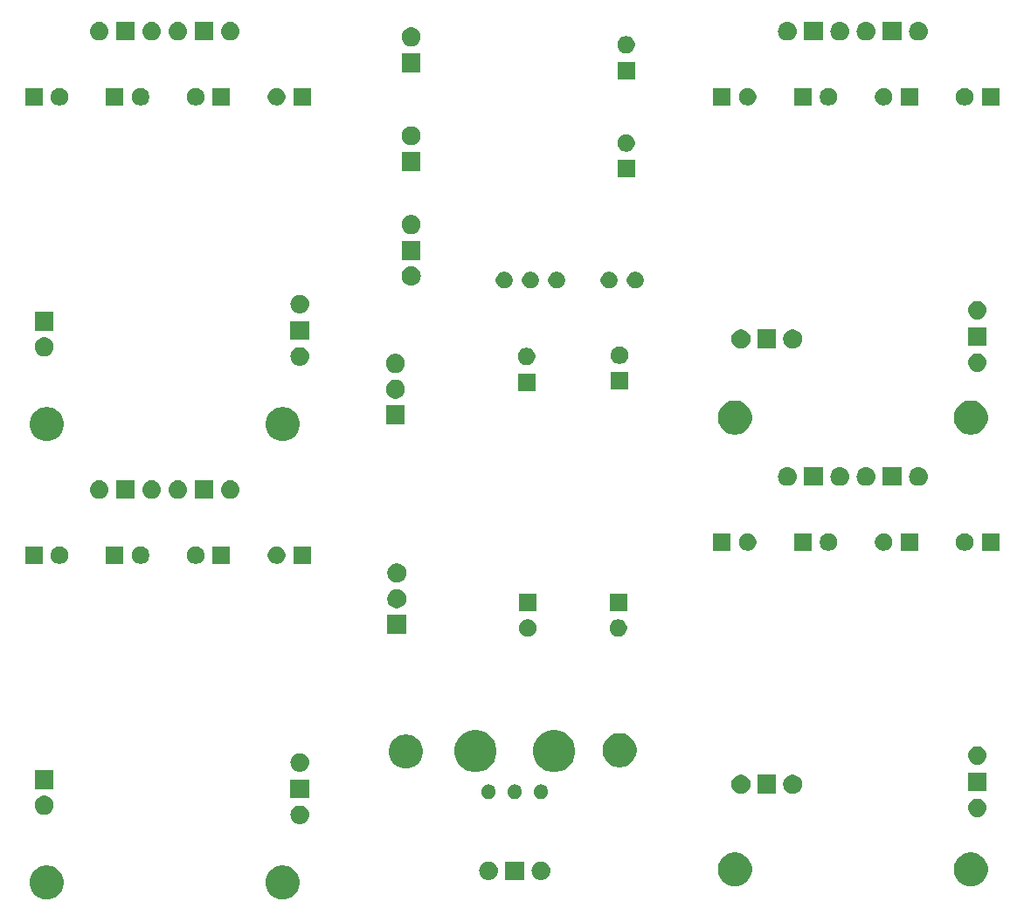
<source format=gbr>
G04 #@! TF.GenerationSoftware,KiCad,Pcbnew,(5.1.4)-1*
G04 #@! TF.CreationDate,2021-02-12T09:42:23+03:00*
G04 #@! TF.ProjectId,combined,636f6d62-696e-4656-942e-6b696361645f,rev?*
G04 #@! TF.SameCoordinates,Original*
G04 #@! TF.FileFunction,Soldermask,Bot*
G04 #@! TF.FilePolarity,Negative*
%FSLAX46Y46*%
G04 Gerber Fmt 4.6, Leading zero omitted, Abs format (unit mm)*
G04 Created by KiCad (PCBNEW (5.1.4)-1) date 2021-02-12 09:42:23*
%MOMM*%
%LPD*%
G04 APERTURE LIST*
%ADD10C,0.100000*%
G04 APERTURE END LIST*
D10*
G36*
X61260662Y-144430723D02*
G01*
X61420147Y-144462447D01*
X61720610Y-144586903D01*
X61991019Y-144767585D01*
X62220983Y-144997549D01*
X62401665Y-145267958D01*
X62526121Y-145568421D01*
X62526121Y-145568423D01*
X62578640Y-145832449D01*
X62589568Y-145887391D01*
X62589568Y-146212609D01*
X62526121Y-146531579D01*
X62401665Y-146832042D01*
X62220983Y-147102451D01*
X61991019Y-147332415D01*
X61720610Y-147513097D01*
X61420147Y-147637553D01*
X61260662Y-147669277D01*
X61101179Y-147701000D01*
X60775957Y-147701000D01*
X60616474Y-147669277D01*
X60456989Y-147637553D01*
X60156526Y-147513097D01*
X59886117Y-147332415D01*
X59656153Y-147102451D01*
X59475471Y-146832042D01*
X59351015Y-146531579D01*
X59287568Y-146212609D01*
X59287568Y-145887391D01*
X59298497Y-145832449D01*
X59351015Y-145568423D01*
X59351015Y-145568421D01*
X59475471Y-145267958D01*
X59656153Y-144997549D01*
X59886117Y-144767585D01*
X60156526Y-144586903D01*
X60456989Y-144462447D01*
X60616474Y-144430723D01*
X60775957Y-144399000D01*
X61101179Y-144399000D01*
X61260662Y-144430723D01*
X61260662Y-144430723D01*
G37*
G36*
X38400662Y-144430723D02*
G01*
X38560147Y-144462447D01*
X38860610Y-144586903D01*
X39131019Y-144767585D01*
X39360983Y-144997549D01*
X39541665Y-145267958D01*
X39666121Y-145568421D01*
X39666121Y-145568423D01*
X39718640Y-145832449D01*
X39729568Y-145887391D01*
X39729568Y-146212609D01*
X39666121Y-146531579D01*
X39541665Y-146832042D01*
X39360983Y-147102451D01*
X39131019Y-147332415D01*
X38860610Y-147513097D01*
X38560147Y-147637553D01*
X38400662Y-147669277D01*
X38241179Y-147701000D01*
X37915957Y-147701000D01*
X37756474Y-147669277D01*
X37596989Y-147637553D01*
X37296526Y-147513097D01*
X37026117Y-147332415D01*
X36796153Y-147102451D01*
X36615471Y-146832042D01*
X36491015Y-146531579D01*
X36427568Y-146212609D01*
X36427568Y-145887391D01*
X36438497Y-145832449D01*
X36491015Y-145568423D01*
X36491015Y-145568421D01*
X36615471Y-145267958D01*
X36796153Y-144997549D01*
X37026117Y-144767585D01*
X37296526Y-144586903D01*
X37596989Y-144462447D01*
X37756474Y-144430723D01*
X37915957Y-144399000D01*
X38241179Y-144399000D01*
X38400662Y-144430723D01*
X38400662Y-144430723D01*
G37*
G36*
X105097094Y-143160723D02*
G01*
X105256579Y-143192447D01*
X105557042Y-143316903D01*
X105827451Y-143497585D01*
X106057415Y-143727549D01*
X106238097Y-143997958D01*
X106362553Y-144298421D01*
X106362553Y-144298423D01*
X106426000Y-144617389D01*
X106426000Y-144942611D01*
X106397950Y-145083626D01*
X106362553Y-145261579D01*
X106238097Y-145562042D01*
X106057415Y-145832451D01*
X105827451Y-146062415D01*
X105557042Y-146243097D01*
X105256579Y-146367553D01*
X105097094Y-146399277D01*
X104937611Y-146431000D01*
X104612389Y-146431000D01*
X104452906Y-146399277D01*
X104293421Y-146367553D01*
X103992958Y-146243097D01*
X103722549Y-146062415D01*
X103492585Y-145832451D01*
X103311903Y-145562042D01*
X103187447Y-145261579D01*
X103152050Y-145083626D01*
X103124000Y-144942611D01*
X103124000Y-144617389D01*
X103187447Y-144298423D01*
X103187447Y-144298421D01*
X103311903Y-143997958D01*
X103492585Y-143727549D01*
X103722549Y-143497585D01*
X103992958Y-143316903D01*
X104293421Y-143192447D01*
X104452906Y-143160723D01*
X104612389Y-143129000D01*
X104937611Y-143129000D01*
X105097094Y-143160723D01*
X105097094Y-143160723D01*
G37*
G36*
X127957094Y-143160723D02*
G01*
X128116579Y-143192447D01*
X128417042Y-143316903D01*
X128687451Y-143497585D01*
X128917415Y-143727549D01*
X129098097Y-143997958D01*
X129222553Y-144298421D01*
X129222553Y-144298423D01*
X129286000Y-144617389D01*
X129286000Y-144942611D01*
X129257950Y-145083626D01*
X129222553Y-145261579D01*
X129098097Y-145562042D01*
X128917415Y-145832451D01*
X128687451Y-146062415D01*
X128417042Y-146243097D01*
X128116579Y-146367553D01*
X127957094Y-146399277D01*
X127797611Y-146431000D01*
X127472389Y-146431000D01*
X127312906Y-146399277D01*
X127153421Y-146367553D01*
X126852958Y-146243097D01*
X126582549Y-146062415D01*
X126352585Y-145832451D01*
X126171903Y-145562042D01*
X126047447Y-145261579D01*
X126012050Y-145083626D01*
X125984000Y-144942611D01*
X125984000Y-144617389D01*
X126047447Y-144298423D01*
X126047447Y-144298421D01*
X126171903Y-143997958D01*
X126352585Y-143727549D01*
X126582549Y-143497585D01*
X126852958Y-143316903D01*
X127153421Y-143192447D01*
X127312906Y-143160723D01*
X127472389Y-143129000D01*
X127797611Y-143129000D01*
X127957094Y-143160723D01*
X127957094Y-143160723D01*
G37*
G36*
X84340000Y-145808000D02*
G01*
X82538000Y-145808000D01*
X82538000Y-144006000D01*
X84340000Y-144006000D01*
X84340000Y-145808000D01*
X84340000Y-145808000D01*
G37*
G36*
X86111504Y-144014691D02*
G01*
X86155627Y-144019037D01*
X86325466Y-144070557D01*
X86377641Y-144098445D01*
X86481989Y-144154220D01*
X86619185Y-144266815D01*
X86731780Y-144404011D01*
X86763014Y-144462447D01*
X86815443Y-144560534D01*
X86866963Y-144730373D01*
X86884359Y-144907000D01*
X86866963Y-145083627D01*
X86815443Y-145253466D01*
X86787555Y-145305641D01*
X86731780Y-145409989D01*
X86619185Y-145547185D01*
X86481989Y-145659780D01*
X86377641Y-145715555D01*
X86325466Y-145743443D01*
X86155627Y-145794963D01*
X86111504Y-145799309D01*
X86023260Y-145808000D01*
X85934740Y-145808000D01*
X85846496Y-145799309D01*
X85802373Y-145794963D01*
X85632534Y-145743443D01*
X85580359Y-145715555D01*
X85476011Y-145659780D01*
X85338815Y-145547185D01*
X85226220Y-145409989D01*
X85170445Y-145305641D01*
X85142557Y-145253466D01*
X85091037Y-145083627D01*
X85073641Y-144907000D01*
X85091037Y-144730373D01*
X85142557Y-144560534D01*
X85194986Y-144462447D01*
X85226220Y-144404011D01*
X85338815Y-144266815D01*
X85476011Y-144154220D01*
X85580359Y-144098445D01*
X85632534Y-144070557D01*
X85802373Y-144019037D01*
X85846496Y-144014691D01*
X85934740Y-144006000D01*
X86023260Y-144006000D01*
X86111504Y-144014691D01*
X86111504Y-144014691D01*
G37*
G36*
X81031504Y-144014691D02*
G01*
X81075627Y-144019037D01*
X81245466Y-144070557D01*
X81297641Y-144098445D01*
X81401989Y-144154220D01*
X81539185Y-144266815D01*
X81651780Y-144404011D01*
X81683014Y-144462447D01*
X81735443Y-144560534D01*
X81786963Y-144730373D01*
X81804359Y-144907000D01*
X81786963Y-145083627D01*
X81735443Y-145253466D01*
X81707555Y-145305641D01*
X81651780Y-145409989D01*
X81539185Y-145547185D01*
X81401989Y-145659780D01*
X81297641Y-145715555D01*
X81245466Y-145743443D01*
X81075627Y-145794963D01*
X81031504Y-145799309D01*
X80943260Y-145808000D01*
X80854740Y-145808000D01*
X80766496Y-145799309D01*
X80722373Y-145794963D01*
X80552534Y-145743443D01*
X80500359Y-145715555D01*
X80396011Y-145659780D01*
X80258815Y-145547185D01*
X80146220Y-145409989D01*
X80090445Y-145305641D01*
X80062557Y-145253466D01*
X80011037Y-145083627D01*
X79993641Y-144907000D01*
X80011037Y-144730373D01*
X80062557Y-144560534D01*
X80114986Y-144462447D01*
X80146220Y-144404011D01*
X80258815Y-144266815D01*
X80396011Y-144154220D01*
X80500359Y-144098445D01*
X80552534Y-144070557D01*
X80722373Y-144019037D01*
X80766496Y-144014691D01*
X80854740Y-144006000D01*
X80943260Y-144006000D01*
X81031504Y-144014691D01*
X81031504Y-144014691D01*
G37*
G36*
X62743504Y-138590691D02*
G01*
X62787627Y-138595037D01*
X62957466Y-138646557D01*
X62960545Y-138648203D01*
X63113989Y-138730220D01*
X63251185Y-138842815D01*
X63363780Y-138980011D01*
X63372126Y-138995626D01*
X63447443Y-139136534D01*
X63498963Y-139306373D01*
X63516359Y-139483000D01*
X63498963Y-139659627D01*
X63447443Y-139829466D01*
X63447442Y-139829467D01*
X63363780Y-139985989D01*
X63251185Y-140123185D01*
X63113989Y-140235780D01*
X63009641Y-140291555D01*
X62957466Y-140319443D01*
X62787627Y-140370963D01*
X62743504Y-140375309D01*
X62655260Y-140384000D01*
X62566740Y-140384000D01*
X62478496Y-140375309D01*
X62434373Y-140370963D01*
X62264534Y-140319443D01*
X62212359Y-140291555D01*
X62108011Y-140235780D01*
X61970815Y-140123185D01*
X61858220Y-139985989D01*
X61774558Y-139829467D01*
X61774557Y-139829466D01*
X61723037Y-139659627D01*
X61705641Y-139483000D01*
X61723037Y-139306373D01*
X61774557Y-139136534D01*
X61849874Y-138995626D01*
X61858220Y-138980011D01*
X61970815Y-138842815D01*
X62108011Y-138730220D01*
X62261455Y-138648203D01*
X62264534Y-138646557D01*
X62434373Y-138595037D01*
X62478496Y-138590691D01*
X62566740Y-138582000D01*
X62655260Y-138582000D01*
X62743504Y-138590691D01*
X62743504Y-138590691D01*
G37*
G36*
X128402504Y-137918691D02*
G01*
X128446627Y-137923037D01*
X128616466Y-137974557D01*
X128668641Y-138002445D01*
X128772989Y-138058220D01*
X128910185Y-138170815D01*
X129022780Y-138308011D01*
X129078555Y-138412359D01*
X129106443Y-138464534D01*
X129157963Y-138634373D01*
X129175359Y-138811000D01*
X129157963Y-138987627D01*
X129106443Y-139157466D01*
X129106442Y-139157467D01*
X129022780Y-139313989D01*
X128910185Y-139451185D01*
X128772989Y-139563780D01*
X128668641Y-139619555D01*
X128616466Y-139647443D01*
X128446627Y-139698963D01*
X128402504Y-139703309D01*
X128314260Y-139712000D01*
X128225740Y-139712000D01*
X128137496Y-139703309D01*
X128093373Y-139698963D01*
X127923534Y-139647443D01*
X127871359Y-139619555D01*
X127767011Y-139563780D01*
X127629815Y-139451185D01*
X127517220Y-139313989D01*
X127433558Y-139157467D01*
X127433557Y-139157466D01*
X127382037Y-138987627D01*
X127364641Y-138811000D01*
X127382037Y-138634373D01*
X127433557Y-138464534D01*
X127461445Y-138412359D01*
X127517220Y-138308011D01*
X127629815Y-138170815D01*
X127767011Y-138058220D01*
X127871359Y-138002445D01*
X127923534Y-137974557D01*
X128093373Y-137923037D01*
X128137496Y-137918691D01*
X128225740Y-137910000D01*
X128314260Y-137910000D01*
X128402504Y-137918691D01*
X128402504Y-137918691D01*
G37*
G36*
X38116104Y-137666585D02*
G01*
X38284626Y-137736389D01*
X38436291Y-137837728D01*
X38565272Y-137966709D01*
X38666611Y-138118374D01*
X38736415Y-138286896D01*
X38772000Y-138465797D01*
X38772000Y-138648203D01*
X38736415Y-138827104D01*
X38666611Y-138995626D01*
X38565272Y-139147291D01*
X38436291Y-139276272D01*
X38284626Y-139377611D01*
X38116104Y-139447415D01*
X37937203Y-139483000D01*
X37754797Y-139483000D01*
X37575896Y-139447415D01*
X37407374Y-139377611D01*
X37255709Y-139276272D01*
X37126728Y-139147291D01*
X37025389Y-138995626D01*
X36955585Y-138827104D01*
X36920000Y-138648203D01*
X36920000Y-138465797D01*
X36955585Y-138286896D01*
X37025389Y-138118374D01*
X37126728Y-137966709D01*
X37255709Y-137837728D01*
X37407374Y-137736389D01*
X37575896Y-137666585D01*
X37754797Y-137631000D01*
X37937203Y-137631000D01*
X38116104Y-137666585D01*
X38116104Y-137666585D01*
G37*
G36*
X81104639Y-136572092D02*
G01*
X81104642Y-136572093D01*
X81104641Y-136572093D01*
X81232943Y-136625237D01*
X81348411Y-136702391D01*
X81446609Y-136800589D01*
X81523763Y-136916057D01*
X81551491Y-136983000D01*
X81576908Y-137044361D01*
X81604000Y-137180562D01*
X81604000Y-137319438D01*
X81576908Y-137455639D01*
X81576907Y-137455641D01*
X81523763Y-137583943D01*
X81446609Y-137699411D01*
X81348411Y-137797609D01*
X81232943Y-137874763D01*
X81126653Y-137918789D01*
X81104639Y-137927908D01*
X80968438Y-137955000D01*
X80829562Y-137955000D01*
X80693361Y-137927908D01*
X80671347Y-137918789D01*
X80565057Y-137874763D01*
X80449589Y-137797609D01*
X80351391Y-137699411D01*
X80274237Y-137583943D01*
X80221093Y-137455641D01*
X80221092Y-137455639D01*
X80194000Y-137319438D01*
X80194000Y-137180562D01*
X80221092Y-137044361D01*
X80246509Y-136983000D01*
X80274237Y-136916057D01*
X80351391Y-136800589D01*
X80449589Y-136702391D01*
X80565057Y-136625237D01*
X80693359Y-136572093D01*
X80693358Y-136572093D01*
X80693361Y-136572092D01*
X80829562Y-136545000D01*
X80968438Y-136545000D01*
X81104639Y-136572092D01*
X81104639Y-136572092D01*
G37*
G36*
X83644639Y-136572092D02*
G01*
X83644642Y-136572093D01*
X83644641Y-136572093D01*
X83772943Y-136625237D01*
X83888411Y-136702391D01*
X83986609Y-136800589D01*
X84063763Y-136916057D01*
X84091491Y-136983000D01*
X84116908Y-137044361D01*
X84144000Y-137180562D01*
X84144000Y-137319438D01*
X84116908Y-137455639D01*
X84116907Y-137455641D01*
X84063763Y-137583943D01*
X83986609Y-137699411D01*
X83888411Y-137797609D01*
X83772943Y-137874763D01*
X83666653Y-137918789D01*
X83644639Y-137927908D01*
X83508438Y-137955000D01*
X83369562Y-137955000D01*
X83233361Y-137927908D01*
X83211347Y-137918789D01*
X83105057Y-137874763D01*
X82989589Y-137797609D01*
X82891391Y-137699411D01*
X82814237Y-137583943D01*
X82761093Y-137455641D01*
X82761092Y-137455639D01*
X82734000Y-137319438D01*
X82734000Y-137180562D01*
X82761092Y-137044361D01*
X82786509Y-136983000D01*
X82814237Y-136916057D01*
X82891391Y-136800589D01*
X82989589Y-136702391D01*
X83105057Y-136625237D01*
X83233359Y-136572093D01*
X83233358Y-136572093D01*
X83233361Y-136572092D01*
X83369562Y-136545000D01*
X83508438Y-136545000D01*
X83644639Y-136572092D01*
X83644639Y-136572092D01*
G37*
G36*
X86184639Y-136572092D02*
G01*
X86184642Y-136572093D01*
X86184641Y-136572093D01*
X86312943Y-136625237D01*
X86428411Y-136702391D01*
X86526609Y-136800589D01*
X86603763Y-136916057D01*
X86631491Y-136983000D01*
X86656908Y-137044361D01*
X86684000Y-137180562D01*
X86684000Y-137319438D01*
X86656908Y-137455639D01*
X86656907Y-137455641D01*
X86603763Y-137583943D01*
X86526609Y-137699411D01*
X86428411Y-137797609D01*
X86312943Y-137874763D01*
X86206653Y-137918789D01*
X86184639Y-137927908D01*
X86048438Y-137955000D01*
X85909562Y-137955000D01*
X85773361Y-137927908D01*
X85751347Y-137918789D01*
X85645057Y-137874763D01*
X85529589Y-137797609D01*
X85431391Y-137699411D01*
X85354237Y-137583943D01*
X85301093Y-137455641D01*
X85301092Y-137455639D01*
X85274000Y-137319438D01*
X85274000Y-137180562D01*
X85301092Y-137044361D01*
X85326509Y-136983000D01*
X85354237Y-136916057D01*
X85431391Y-136800589D01*
X85529589Y-136702391D01*
X85645057Y-136625237D01*
X85773359Y-136572093D01*
X85773358Y-136572093D01*
X85773361Y-136572092D01*
X85909562Y-136545000D01*
X86048438Y-136545000D01*
X86184639Y-136572092D01*
X86184639Y-136572092D01*
G37*
G36*
X63512000Y-137844000D02*
G01*
X61710000Y-137844000D01*
X61710000Y-136042000D01*
X63512000Y-136042000D01*
X63512000Y-137844000D01*
X63512000Y-137844000D01*
G37*
G36*
X110633104Y-135634585D02*
G01*
X110801626Y-135704389D01*
X110953291Y-135805728D01*
X111082272Y-135934709D01*
X111183611Y-136086374D01*
X111253415Y-136254896D01*
X111289000Y-136433797D01*
X111289000Y-136616203D01*
X111253415Y-136795104D01*
X111183611Y-136963626D01*
X111082272Y-137115291D01*
X110953291Y-137244272D01*
X110801626Y-137345611D01*
X110633104Y-137415415D01*
X110454203Y-137451000D01*
X110271797Y-137451000D01*
X110092896Y-137415415D01*
X109924374Y-137345611D01*
X109772709Y-137244272D01*
X109643728Y-137115291D01*
X109542389Y-136963626D01*
X109472585Y-136795104D01*
X109437000Y-136616203D01*
X109437000Y-136433797D01*
X109472585Y-136254896D01*
X109542389Y-136086374D01*
X109643728Y-135934709D01*
X109772709Y-135805728D01*
X109924374Y-135704389D01*
X110092896Y-135634585D01*
X110271797Y-135599000D01*
X110454203Y-135599000D01*
X110633104Y-135634585D01*
X110633104Y-135634585D01*
G37*
G36*
X108789000Y-137451000D02*
G01*
X106937000Y-137451000D01*
X106937000Y-135599000D01*
X108789000Y-135599000D01*
X108789000Y-137451000D01*
X108789000Y-137451000D01*
G37*
G36*
X105633104Y-135634585D02*
G01*
X105801626Y-135704389D01*
X105953291Y-135805728D01*
X106082272Y-135934709D01*
X106183611Y-136086374D01*
X106253415Y-136254896D01*
X106289000Y-136433797D01*
X106289000Y-136616203D01*
X106253415Y-136795104D01*
X106183611Y-136963626D01*
X106082272Y-137115291D01*
X105953291Y-137244272D01*
X105801626Y-137345611D01*
X105633104Y-137415415D01*
X105454203Y-137451000D01*
X105271797Y-137451000D01*
X105092896Y-137415415D01*
X104924374Y-137345611D01*
X104772709Y-137244272D01*
X104643728Y-137115291D01*
X104542389Y-136963626D01*
X104472585Y-136795104D01*
X104437000Y-136616203D01*
X104437000Y-136433797D01*
X104472585Y-136254896D01*
X104542389Y-136086374D01*
X104643728Y-135934709D01*
X104772709Y-135805728D01*
X104924374Y-135704389D01*
X105092896Y-135634585D01*
X105271797Y-135599000D01*
X105454203Y-135599000D01*
X105633104Y-135634585D01*
X105633104Y-135634585D01*
G37*
G36*
X129171000Y-137172000D02*
G01*
X127369000Y-137172000D01*
X127369000Y-135370000D01*
X129171000Y-135370000D01*
X129171000Y-137172000D01*
X129171000Y-137172000D01*
G37*
G36*
X38772000Y-136983000D02*
G01*
X36920000Y-136983000D01*
X36920000Y-135131000D01*
X38772000Y-135131000D01*
X38772000Y-136983000D01*
X38772000Y-136983000D01*
G37*
G36*
X80227253Y-131327818D02*
G01*
X80227256Y-131327819D01*
X80227255Y-131327819D01*
X80600513Y-131482427D01*
X80936436Y-131706884D01*
X81222116Y-131992564D01*
X81446573Y-132328487D01*
X81574655Y-132637705D01*
X81601182Y-132701747D01*
X81680000Y-133097993D01*
X81680000Y-133502007D01*
X81601182Y-133898253D01*
X81597299Y-133907627D01*
X81446573Y-134271513D01*
X81304742Y-134483778D01*
X81222117Y-134607435D01*
X80936435Y-134893117D01*
X80869931Y-134937553D01*
X80600513Y-135117573D01*
X80306294Y-135239442D01*
X80227253Y-135272182D01*
X79831007Y-135351000D01*
X79426993Y-135351000D01*
X79030747Y-135272182D01*
X78951706Y-135239442D01*
X78657487Y-135117573D01*
X78388069Y-134937553D01*
X78321565Y-134893117D01*
X78035883Y-134607435D01*
X77953258Y-134483778D01*
X77811427Y-134271513D01*
X77660701Y-133907627D01*
X77656818Y-133898253D01*
X77578000Y-133502007D01*
X77578000Y-133097993D01*
X77656818Y-132701747D01*
X77683345Y-132637705D01*
X77811427Y-132328487D01*
X78035884Y-131992564D01*
X78321564Y-131706884D01*
X78657487Y-131482427D01*
X79030745Y-131327819D01*
X79030744Y-131327819D01*
X79030747Y-131327818D01*
X79426993Y-131249000D01*
X79831007Y-131249000D01*
X80227253Y-131327818D01*
X80227253Y-131327818D01*
G37*
G36*
X87847253Y-131327818D02*
G01*
X87847256Y-131327819D01*
X87847255Y-131327819D01*
X88220513Y-131482427D01*
X88556436Y-131706884D01*
X88842116Y-131992564D01*
X89066573Y-132328487D01*
X89194655Y-132637705D01*
X89221182Y-132701747D01*
X89300000Y-133097993D01*
X89300000Y-133502007D01*
X89221182Y-133898253D01*
X89217299Y-133907627D01*
X89066573Y-134271513D01*
X88924742Y-134483778D01*
X88842117Y-134607435D01*
X88556435Y-134893117D01*
X88489931Y-134937553D01*
X88220513Y-135117573D01*
X87926294Y-135239442D01*
X87847253Y-135272182D01*
X87451007Y-135351000D01*
X87046993Y-135351000D01*
X86650747Y-135272182D01*
X86571706Y-135239442D01*
X86277487Y-135117573D01*
X86008069Y-134937553D01*
X85941565Y-134893117D01*
X85655883Y-134607435D01*
X85573258Y-134483778D01*
X85431427Y-134271513D01*
X85280701Y-133907627D01*
X85276818Y-133898253D01*
X85198000Y-133502007D01*
X85198000Y-133097993D01*
X85276818Y-132701747D01*
X85303345Y-132637705D01*
X85431427Y-132328487D01*
X85655884Y-131992564D01*
X85941564Y-131706884D01*
X86277487Y-131482427D01*
X86650745Y-131327819D01*
X86650744Y-131327819D01*
X86650747Y-131327818D01*
X87046993Y-131249000D01*
X87451007Y-131249000D01*
X87847253Y-131327818D01*
X87847253Y-131327818D01*
G37*
G36*
X62743504Y-133510691D02*
G01*
X62787627Y-133515037D01*
X62957466Y-133566557D01*
X63009641Y-133594445D01*
X63113989Y-133650220D01*
X63251185Y-133762815D01*
X63363780Y-133900011D01*
X63419555Y-134004359D01*
X63447443Y-134056534D01*
X63498963Y-134226373D01*
X63516359Y-134403000D01*
X63498963Y-134579627D01*
X63447443Y-134749466D01*
X63447442Y-134749467D01*
X63363780Y-134905989D01*
X63251185Y-135043185D01*
X63113989Y-135155780D01*
X63009641Y-135211555D01*
X62957466Y-135239443D01*
X62787627Y-135290963D01*
X62743504Y-135295309D01*
X62655260Y-135304000D01*
X62566740Y-135304000D01*
X62478496Y-135295309D01*
X62434373Y-135290963D01*
X62264534Y-135239443D01*
X62212359Y-135211555D01*
X62108011Y-135155780D01*
X61970815Y-135043185D01*
X61858220Y-134905989D01*
X61774558Y-134749467D01*
X61774557Y-134749466D01*
X61723037Y-134579627D01*
X61705641Y-134403000D01*
X61723037Y-134226373D01*
X61774557Y-134056534D01*
X61802445Y-134004359D01*
X61858220Y-133900011D01*
X61970815Y-133762815D01*
X62108011Y-133650220D01*
X62212359Y-133594445D01*
X62264534Y-133566557D01*
X62434373Y-133515037D01*
X62478496Y-133510691D01*
X62566740Y-133502000D01*
X62655260Y-133502000D01*
X62743504Y-133510691D01*
X62743504Y-133510691D01*
G37*
G36*
X73220094Y-131730724D02*
G01*
X73379579Y-131762447D01*
X73680042Y-131886903D01*
X73950451Y-132067585D01*
X74180415Y-132297549D01*
X74361097Y-132567958D01*
X74485553Y-132868421D01*
X74490752Y-132894558D01*
X74549000Y-133187389D01*
X74549000Y-133512611D01*
X74538269Y-133566557D01*
X74485553Y-133831579D01*
X74361097Y-134132042D01*
X74180415Y-134402451D01*
X73950451Y-134632415D01*
X73680042Y-134813097D01*
X73379579Y-134937553D01*
X73220094Y-134969277D01*
X73060611Y-135001000D01*
X72735389Y-135001000D01*
X72575906Y-134969277D01*
X72416421Y-134937553D01*
X72115958Y-134813097D01*
X71845549Y-134632415D01*
X71615585Y-134402451D01*
X71434903Y-134132042D01*
X71310447Y-133831579D01*
X71257731Y-133566557D01*
X71247000Y-133512611D01*
X71247000Y-133187389D01*
X71305248Y-132894558D01*
X71310447Y-132868421D01*
X71434903Y-132567958D01*
X71615585Y-132297549D01*
X71845549Y-132067585D01*
X72115958Y-131886903D01*
X72416421Y-131762447D01*
X72575906Y-131730724D01*
X72735389Y-131699000D01*
X73060611Y-131699000D01*
X73220094Y-131730724D01*
X73220094Y-131730724D01*
G37*
G36*
X93921094Y-131603723D02*
G01*
X94080579Y-131635447D01*
X94381042Y-131759903D01*
X94651451Y-131940585D01*
X94881415Y-132170549D01*
X95062097Y-132440958D01*
X95186553Y-132741421D01*
X95186553Y-132741423D01*
X95250000Y-133060389D01*
X95250000Y-133385611D01*
X95226847Y-133502006D01*
X95186553Y-133704579D01*
X95062097Y-134005042D01*
X94881415Y-134275451D01*
X94651451Y-134505415D01*
X94381042Y-134686097D01*
X94080579Y-134810553D01*
X93921094Y-134842276D01*
X93761611Y-134874000D01*
X93436389Y-134874000D01*
X93276906Y-134842276D01*
X93117421Y-134810553D01*
X92816958Y-134686097D01*
X92546549Y-134505415D01*
X92316585Y-134275451D01*
X92135903Y-134005042D01*
X92011447Y-133704579D01*
X91971153Y-133502006D01*
X91948000Y-133385611D01*
X91948000Y-133060389D01*
X92011447Y-132741423D01*
X92011447Y-132741421D01*
X92135903Y-132440958D01*
X92316585Y-132170549D01*
X92546549Y-131940585D01*
X92816958Y-131759903D01*
X93117421Y-131635447D01*
X93276906Y-131603723D01*
X93436389Y-131572000D01*
X93761611Y-131572000D01*
X93921094Y-131603723D01*
X93921094Y-131603723D01*
G37*
G36*
X128402504Y-132838691D02*
G01*
X128446627Y-132843037D01*
X128616466Y-132894557D01*
X128668641Y-132922445D01*
X128772989Y-132978220D01*
X128910185Y-133090815D01*
X129022780Y-133228011D01*
X129078555Y-133332359D01*
X129106443Y-133384534D01*
X129157963Y-133554373D01*
X129175359Y-133731000D01*
X129157963Y-133907627D01*
X129106443Y-134077466D01*
X129106442Y-134077467D01*
X129022780Y-134233989D01*
X128910185Y-134371185D01*
X128772989Y-134483780D01*
X128668641Y-134539555D01*
X128616466Y-134567443D01*
X128446627Y-134618963D01*
X128402504Y-134623309D01*
X128314260Y-134632000D01*
X128225740Y-134632000D01*
X128137496Y-134623309D01*
X128093373Y-134618963D01*
X127923534Y-134567443D01*
X127871359Y-134539555D01*
X127767011Y-134483780D01*
X127629815Y-134371185D01*
X127517220Y-134233989D01*
X127433558Y-134077467D01*
X127433557Y-134077466D01*
X127382037Y-133907627D01*
X127364641Y-133731000D01*
X127382037Y-133554373D01*
X127433557Y-133384534D01*
X127461445Y-133332359D01*
X127517220Y-133228011D01*
X127629815Y-133090815D01*
X127767011Y-132978220D01*
X127871359Y-132922445D01*
X127923534Y-132894557D01*
X128093373Y-132843037D01*
X128137496Y-132838691D01*
X128225740Y-132830000D01*
X128314260Y-132830000D01*
X128402504Y-132838691D01*
X128402504Y-132838691D01*
G37*
G36*
X84957226Y-120553702D02*
G01*
X84957229Y-120553703D01*
X84957228Y-120553703D01*
X85112100Y-120617853D01*
X85251481Y-120710985D01*
X85370015Y-120829519D01*
X85463147Y-120968900D01*
X85516291Y-121097202D01*
X85527298Y-121123774D01*
X85560000Y-121288182D01*
X85560000Y-121455818D01*
X85527298Y-121620226D01*
X85527297Y-121620228D01*
X85463147Y-121775100D01*
X85370015Y-121914481D01*
X85251481Y-122033015D01*
X85112100Y-122126147D01*
X84983798Y-122179291D01*
X84957226Y-122190298D01*
X84792818Y-122223000D01*
X84625182Y-122223000D01*
X84460774Y-122190298D01*
X84434202Y-122179291D01*
X84305900Y-122126147D01*
X84166519Y-122033015D01*
X84047985Y-121914481D01*
X83954853Y-121775100D01*
X83890703Y-121620228D01*
X83890702Y-121620226D01*
X83858000Y-121455818D01*
X83858000Y-121288182D01*
X83890702Y-121123774D01*
X83901709Y-121097202D01*
X83954853Y-120968900D01*
X84047985Y-120829519D01*
X84166519Y-120710985D01*
X84305900Y-120617853D01*
X84460772Y-120553703D01*
X84460771Y-120553703D01*
X84460774Y-120553702D01*
X84625182Y-120521000D01*
X84792818Y-120521000D01*
X84957226Y-120553702D01*
X84957226Y-120553702D01*
G37*
G36*
X93720226Y-120553702D02*
G01*
X93720229Y-120553703D01*
X93720228Y-120553703D01*
X93875100Y-120617853D01*
X94014481Y-120710985D01*
X94133015Y-120829519D01*
X94226147Y-120968900D01*
X94279291Y-121097202D01*
X94290298Y-121123774D01*
X94323000Y-121288182D01*
X94323000Y-121455818D01*
X94290298Y-121620226D01*
X94290297Y-121620228D01*
X94226147Y-121775100D01*
X94133015Y-121914481D01*
X94014481Y-122033015D01*
X93875100Y-122126147D01*
X93746798Y-122179291D01*
X93720226Y-122190298D01*
X93555818Y-122223000D01*
X93388182Y-122223000D01*
X93223774Y-122190298D01*
X93197202Y-122179291D01*
X93068900Y-122126147D01*
X92929519Y-122033015D01*
X92810985Y-121914481D01*
X92717853Y-121775100D01*
X92653703Y-121620228D01*
X92653702Y-121620226D01*
X92621000Y-121455818D01*
X92621000Y-121288182D01*
X92653702Y-121123774D01*
X92664709Y-121097202D01*
X92717853Y-120968900D01*
X92810985Y-120829519D01*
X92929519Y-120710985D01*
X93068900Y-120617853D01*
X93223772Y-120553703D01*
X93223771Y-120553703D01*
X93223774Y-120553702D01*
X93388182Y-120521000D01*
X93555818Y-120521000D01*
X93720226Y-120553702D01*
X93720226Y-120553702D01*
G37*
G36*
X72935000Y-121957000D02*
G01*
X71083000Y-121957000D01*
X71083000Y-120105000D01*
X72935000Y-120105000D01*
X72935000Y-121957000D01*
X72935000Y-121957000D01*
G37*
G36*
X85560000Y-119723000D02*
G01*
X83858000Y-119723000D01*
X83858000Y-118021000D01*
X85560000Y-118021000D01*
X85560000Y-119723000D01*
X85560000Y-119723000D01*
G37*
G36*
X94323000Y-119723000D02*
G01*
X92621000Y-119723000D01*
X92621000Y-118021000D01*
X94323000Y-118021000D01*
X94323000Y-119723000D01*
X94323000Y-119723000D01*
G37*
G36*
X72279104Y-117640585D02*
G01*
X72447626Y-117710389D01*
X72599291Y-117811728D01*
X72728272Y-117940709D01*
X72829611Y-118092374D01*
X72899415Y-118260896D01*
X72935000Y-118439797D01*
X72935000Y-118622203D01*
X72899415Y-118801104D01*
X72829611Y-118969626D01*
X72728272Y-119121291D01*
X72599291Y-119250272D01*
X72447626Y-119351611D01*
X72279104Y-119421415D01*
X72100203Y-119457000D01*
X71917797Y-119457000D01*
X71738896Y-119421415D01*
X71570374Y-119351611D01*
X71418709Y-119250272D01*
X71289728Y-119121291D01*
X71188389Y-118969626D01*
X71118585Y-118801104D01*
X71083000Y-118622203D01*
X71083000Y-118439797D01*
X71118585Y-118260896D01*
X71188389Y-118092374D01*
X71289728Y-117940709D01*
X71418709Y-117811728D01*
X71570374Y-117710389D01*
X71738896Y-117640585D01*
X71917797Y-117605000D01*
X72100203Y-117605000D01*
X72279104Y-117640585D01*
X72279104Y-117640585D01*
G37*
G36*
X72279104Y-115140585D02*
G01*
X72447626Y-115210389D01*
X72599291Y-115311728D01*
X72728272Y-115440709D01*
X72829611Y-115592374D01*
X72899415Y-115760896D01*
X72935000Y-115939797D01*
X72935000Y-116122203D01*
X72899415Y-116301104D01*
X72829611Y-116469626D01*
X72728272Y-116621291D01*
X72599291Y-116750272D01*
X72447626Y-116851611D01*
X72279104Y-116921415D01*
X72100203Y-116957000D01*
X71917797Y-116957000D01*
X71738896Y-116921415D01*
X71570374Y-116851611D01*
X71418709Y-116750272D01*
X71289728Y-116621291D01*
X71188389Y-116469626D01*
X71118585Y-116301104D01*
X71083000Y-116122203D01*
X71083000Y-115939797D01*
X71118585Y-115760896D01*
X71188389Y-115592374D01*
X71289728Y-115440709D01*
X71418709Y-115311728D01*
X71570374Y-115210389D01*
X71738896Y-115140585D01*
X71917797Y-115105000D01*
X72100203Y-115105000D01*
X72279104Y-115140585D01*
X72279104Y-115140585D01*
G37*
G36*
X39578226Y-113481702D02*
G01*
X39578229Y-113481703D01*
X39578228Y-113481703D01*
X39733100Y-113545853D01*
X39872481Y-113638985D01*
X39991015Y-113757519D01*
X40084147Y-113896900D01*
X40137291Y-114025202D01*
X40148298Y-114051774D01*
X40181000Y-114216182D01*
X40181000Y-114383818D01*
X40148298Y-114548226D01*
X40148297Y-114548228D01*
X40084147Y-114703100D01*
X39991015Y-114842481D01*
X39872481Y-114961015D01*
X39733100Y-115054147D01*
X39610330Y-115105000D01*
X39578226Y-115118298D01*
X39413818Y-115151000D01*
X39246182Y-115151000D01*
X39081774Y-115118298D01*
X39049670Y-115105000D01*
X38926900Y-115054147D01*
X38787519Y-114961015D01*
X38668985Y-114842481D01*
X38575853Y-114703100D01*
X38511703Y-114548228D01*
X38511702Y-114548226D01*
X38479000Y-114383818D01*
X38479000Y-114216182D01*
X38511702Y-114051774D01*
X38522709Y-114025202D01*
X38575853Y-113896900D01*
X38668985Y-113757519D01*
X38787519Y-113638985D01*
X38926900Y-113545853D01*
X39081772Y-113481703D01*
X39081771Y-113481703D01*
X39081774Y-113481702D01*
X39246182Y-113449000D01*
X39413818Y-113449000D01*
X39578226Y-113481702D01*
X39578226Y-113481702D01*
G37*
G36*
X37681000Y-115151000D02*
G01*
X35979000Y-115151000D01*
X35979000Y-113449000D01*
X37681000Y-113449000D01*
X37681000Y-115151000D01*
X37681000Y-115151000D01*
G37*
G36*
X47423226Y-113481702D02*
G01*
X47423229Y-113481703D01*
X47423228Y-113481703D01*
X47578100Y-113545853D01*
X47717481Y-113638985D01*
X47836015Y-113757519D01*
X47929147Y-113896900D01*
X47982291Y-114025202D01*
X47993298Y-114051774D01*
X48026000Y-114216182D01*
X48026000Y-114383818D01*
X47993298Y-114548226D01*
X47993297Y-114548228D01*
X47929147Y-114703100D01*
X47836015Y-114842481D01*
X47717481Y-114961015D01*
X47578100Y-115054147D01*
X47455330Y-115105000D01*
X47423226Y-115118298D01*
X47258818Y-115151000D01*
X47091182Y-115151000D01*
X46926774Y-115118298D01*
X46894670Y-115105000D01*
X46771900Y-115054147D01*
X46632519Y-114961015D01*
X46513985Y-114842481D01*
X46420853Y-114703100D01*
X46356703Y-114548228D01*
X46356702Y-114548226D01*
X46324000Y-114383818D01*
X46324000Y-114216182D01*
X46356702Y-114051774D01*
X46367709Y-114025202D01*
X46420853Y-113896900D01*
X46513985Y-113757519D01*
X46632519Y-113638985D01*
X46771900Y-113545853D01*
X46926772Y-113481703D01*
X46926771Y-113481703D01*
X46926774Y-113481702D01*
X47091182Y-113449000D01*
X47258818Y-113449000D01*
X47423226Y-113481702D01*
X47423226Y-113481702D01*
G37*
G36*
X45526000Y-115151000D02*
G01*
X43824000Y-115151000D01*
X43824000Y-113449000D01*
X45526000Y-113449000D01*
X45526000Y-115151000D01*
X45526000Y-115151000D01*
G37*
G36*
X55871000Y-115151000D02*
G01*
X54169000Y-115151000D01*
X54169000Y-113449000D01*
X55871000Y-113449000D01*
X55871000Y-115151000D01*
X55871000Y-115151000D01*
G37*
G36*
X60613226Y-113481702D02*
G01*
X60613229Y-113481703D01*
X60613228Y-113481703D01*
X60768100Y-113545853D01*
X60907481Y-113638985D01*
X61026015Y-113757519D01*
X61119147Y-113896900D01*
X61172291Y-114025202D01*
X61183298Y-114051774D01*
X61216000Y-114216182D01*
X61216000Y-114383818D01*
X61183298Y-114548226D01*
X61183297Y-114548228D01*
X61119147Y-114703100D01*
X61026015Y-114842481D01*
X60907481Y-114961015D01*
X60768100Y-115054147D01*
X60645330Y-115105000D01*
X60613226Y-115118298D01*
X60448818Y-115151000D01*
X60281182Y-115151000D01*
X60116774Y-115118298D01*
X60084670Y-115105000D01*
X59961900Y-115054147D01*
X59822519Y-114961015D01*
X59703985Y-114842481D01*
X59610853Y-114703100D01*
X59546703Y-114548228D01*
X59546702Y-114548226D01*
X59514000Y-114383818D01*
X59514000Y-114216182D01*
X59546702Y-114051774D01*
X59557709Y-114025202D01*
X59610853Y-113896900D01*
X59703985Y-113757519D01*
X59822519Y-113638985D01*
X59961900Y-113545853D01*
X60116772Y-113481703D01*
X60116771Y-113481703D01*
X60116774Y-113481702D01*
X60281182Y-113449000D01*
X60448818Y-113449000D01*
X60613226Y-113481702D01*
X60613226Y-113481702D01*
G37*
G36*
X63716000Y-115151000D02*
G01*
X62014000Y-115151000D01*
X62014000Y-113449000D01*
X63716000Y-113449000D01*
X63716000Y-115151000D01*
X63716000Y-115151000D01*
G37*
G36*
X52768226Y-113481702D02*
G01*
X52768229Y-113481703D01*
X52768228Y-113481703D01*
X52923100Y-113545853D01*
X53062481Y-113638985D01*
X53181015Y-113757519D01*
X53274147Y-113896900D01*
X53327291Y-114025202D01*
X53338298Y-114051774D01*
X53371000Y-114216182D01*
X53371000Y-114383818D01*
X53338298Y-114548226D01*
X53338297Y-114548228D01*
X53274147Y-114703100D01*
X53181015Y-114842481D01*
X53062481Y-114961015D01*
X52923100Y-115054147D01*
X52800330Y-115105000D01*
X52768226Y-115118298D01*
X52603818Y-115151000D01*
X52436182Y-115151000D01*
X52271774Y-115118298D01*
X52239670Y-115105000D01*
X52116900Y-115054147D01*
X51977519Y-114961015D01*
X51858985Y-114842481D01*
X51765853Y-114703100D01*
X51701703Y-114548228D01*
X51701702Y-114548226D01*
X51669000Y-114383818D01*
X51669000Y-114216182D01*
X51701702Y-114051774D01*
X51712709Y-114025202D01*
X51765853Y-113896900D01*
X51858985Y-113757519D01*
X51977519Y-113638985D01*
X52116900Y-113545853D01*
X52271772Y-113481703D01*
X52271771Y-113481703D01*
X52271774Y-113481702D01*
X52436182Y-113449000D01*
X52603818Y-113449000D01*
X52768226Y-113481702D01*
X52768226Y-113481702D01*
G37*
G36*
X127288226Y-112211702D02*
G01*
X127288229Y-112211703D01*
X127288228Y-112211703D01*
X127443100Y-112275853D01*
X127582481Y-112368985D01*
X127701015Y-112487519D01*
X127794147Y-112626900D01*
X127847291Y-112755202D01*
X127858298Y-112781774D01*
X127891000Y-112946182D01*
X127891000Y-113113818D01*
X127858298Y-113278226D01*
X127858297Y-113278228D01*
X127794147Y-113433100D01*
X127701015Y-113572481D01*
X127582481Y-113691015D01*
X127443100Y-113784147D01*
X127314798Y-113837291D01*
X127288226Y-113848298D01*
X127123818Y-113881000D01*
X126956182Y-113881000D01*
X126791774Y-113848298D01*
X126765202Y-113837291D01*
X126636900Y-113784147D01*
X126497519Y-113691015D01*
X126378985Y-113572481D01*
X126285853Y-113433100D01*
X126221703Y-113278228D01*
X126221702Y-113278226D01*
X126189000Y-113113818D01*
X126189000Y-112946182D01*
X126221702Y-112781774D01*
X126232709Y-112755202D01*
X126285853Y-112626900D01*
X126378985Y-112487519D01*
X126497519Y-112368985D01*
X126636900Y-112275853D01*
X126791772Y-112211703D01*
X126791771Y-112211703D01*
X126791774Y-112211702D01*
X126956182Y-112179000D01*
X127123818Y-112179000D01*
X127288226Y-112211702D01*
X127288226Y-112211702D01*
G37*
G36*
X106253226Y-112211702D02*
G01*
X106253229Y-112211703D01*
X106253228Y-112211703D01*
X106408100Y-112275853D01*
X106547481Y-112368985D01*
X106666015Y-112487519D01*
X106759147Y-112626900D01*
X106812291Y-112755202D01*
X106823298Y-112781774D01*
X106856000Y-112946182D01*
X106856000Y-113113818D01*
X106823298Y-113278226D01*
X106823297Y-113278228D01*
X106759147Y-113433100D01*
X106666015Y-113572481D01*
X106547481Y-113691015D01*
X106408100Y-113784147D01*
X106279798Y-113837291D01*
X106253226Y-113848298D01*
X106088818Y-113881000D01*
X105921182Y-113881000D01*
X105756774Y-113848298D01*
X105730202Y-113837291D01*
X105601900Y-113784147D01*
X105462519Y-113691015D01*
X105343985Y-113572481D01*
X105250853Y-113433100D01*
X105186703Y-113278228D01*
X105186702Y-113278226D01*
X105154000Y-113113818D01*
X105154000Y-112946182D01*
X105186702Y-112781774D01*
X105197709Y-112755202D01*
X105250853Y-112626900D01*
X105343985Y-112487519D01*
X105462519Y-112368985D01*
X105601900Y-112275853D01*
X105756772Y-112211703D01*
X105756771Y-112211703D01*
X105756774Y-112211702D01*
X105921182Y-112179000D01*
X106088818Y-112179000D01*
X106253226Y-112211702D01*
X106253226Y-112211702D01*
G37*
G36*
X104356000Y-113881000D02*
G01*
X102654000Y-113881000D01*
X102654000Y-112179000D01*
X104356000Y-112179000D01*
X104356000Y-113881000D01*
X104356000Y-113881000D01*
G37*
G36*
X112201000Y-113881000D02*
G01*
X110499000Y-113881000D01*
X110499000Y-112179000D01*
X112201000Y-112179000D01*
X112201000Y-113881000D01*
X112201000Y-113881000D01*
G37*
G36*
X114098226Y-112211702D02*
G01*
X114098229Y-112211703D01*
X114098228Y-112211703D01*
X114253100Y-112275853D01*
X114392481Y-112368985D01*
X114511015Y-112487519D01*
X114604147Y-112626900D01*
X114657291Y-112755202D01*
X114668298Y-112781774D01*
X114701000Y-112946182D01*
X114701000Y-113113818D01*
X114668298Y-113278226D01*
X114668297Y-113278228D01*
X114604147Y-113433100D01*
X114511015Y-113572481D01*
X114392481Y-113691015D01*
X114253100Y-113784147D01*
X114124798Y-113837291D01*
X114098226Y-113848298D01*
X113933818Y-113881000D01*
X113766182Y-113881000D01*
X113601774Y-113848298D01*
X113575202Y-113837291D01*
X113446900Y-113784147D01*
X113307519Y-113691015D01*
X113188985Y-113572481D01*
X113095853Y-113433100D01*
X113031703Y-113278228D01*
X113031702Y-113278226D01*
X112999000Y-113113818D01*
X112999000Y-112946182D01*
X113031702Y-112781774D01*
X113042709Y-112755202D01*
X113095853Y-112626900D01*
X113188985Y-112487519D01*
X113307519Y-112368985D01*
X113446900Y-112275853D01*
X113601772Y-112211703D01*
X113601771Y-112211703D01*
X113601774Y-112211702D01*
X113766182Y-112179000D01*
X113933818Y-112179000D01*
X114098226Y-112211702D01*
X114098226Y-112211702D01*
G37*
G36*
X119443226Y-112211702D02*
G01*
X119443229Y-112211703D01*
X119443228Y-112211703D01*
X119598100Y-112275853D01*
X119737481Y-112368985D01*
X119856015Y-112487519D01*
X119949147Y-112626900D01*
X120002291Y-112755202D01*
X120013298Y-112781774D01*
X120046000Y-112946182D01*
X120046000Y-113113818D01*
X120013298Y-113278226D01*
X120013297Y-113278228D01*
X119949147Y-113433100D01*
X119856015Y-113572481D01*
X119737481Y-113691015D01*
X119598100Y-113784147D01*
X119469798Y-113837291D01*
X119443226Y-113848298D01*
X119278818Y-113881000D01*
X119111182Y-113881000D01*
X118946774Y-113848298D01*
X118920202Y-113837291D01*
X118791900Y-113784147D01*
X118652519Y-113691015D01*
X118533985Y-113572481D01*
X118440853Y-113433100D01*
X118376703Y-113278228D01*
X118376702Y-113278226D01*
X118344000Y-113113818D01*
X118344000Y-112946182D01*
X118376702Y-112781774D01*
X118387709Y-112755202D01*
X118440853Y-112626900D01*
X118533985Y-112487519D01*
X118652519Y-112368985D01*
X118791900Y-112275853D01*
X118946772Y-112211703D01*
X118946771Y-112211703D01*
X118946774Y-112211702D01*
X119111182Y-112179000D01*
X119278818Y-112179000D01*
X119443226Y-112211702D01*
X119443226Y-112211702D01*
G37*
G36*
X122546000Y-113881000D02*
G01*
X120844000Y-113881000D01*
X120844000Y-112179000D01*
X122546000Y-112179000D01*
X122546000Y-113881000D01*
X122546000Y-113881000D01*
G37*
G36*
X130391000Y-113881000D02*
G01*
X128689000Y-113881000D01*
X128689000Y-112179000D01*
X130391000Y-112179000D01*
X130391000Y-113881000D01*
X130391000Y-113881000D01*
G37*
G36*
X43312504Y-107057691D02*
G01*
X43356627Y-107062037D01*
X43526466Y-107113557D01*
X43578641Y-107141445D01*
X43682989Y-107197220D01*
X43820185Y-107309815D01*
X43932780Y-107447011D01*
X43969891Y-107516442D01*
X44016443Y-107603534D01*
X44067963Y-107773373D01*
X44085359Y-107950000D01*
X44067963Y-108126627D01*
X44016443Y-108296466D01*
X44016442Y-108296467D01*
X43932780Y-108452989D01*
X43820185Y-108590185D01*
X43682989Y-108702780D01*
X43578641Y-108758555D01*
X43526466Y-108786443D01*
X43356627Y-108837963D01*
X43312504Y-108842309D01*
X43224260Y-108851000D01*
X43135740Y-108851000D01*
X43047496Y-108842309D01*
X43003373Y-108837963D01*
X42833534Y-108786443D01*
X42781359Y-108758555D01*
X42677011Y-108702780D01*
X42539815Y-108590185D01*
X42427220Y-108452989D01*
X42343558Y-108296467D01*
X42343557Y-108296466D01*
X42292037Y-108126627D01*
X42274641Y-107950000D01*
X42292037Y-107773373D01*
X42343557Y-107603534D01*
X42390109Y-107516442D01*
X42427220Y-107447011D01*
X42539815Y-107309815D01*
X42677011Y-107197220D01*
X42781359Y-107141445D01*
X42833534Y-107113557D01*
X43003373Y-107062037D01*
X43047496Y-107057691D01*
X43135740Y-107049000D01*
X43224260Y-107049000D01*
X43312504Y-107057691D01*
X43312504Y-107057691D01*
G37*
G36*
X46621000Y-108851000D02*
G01*
X44819000Y-108851000D01*
X44819000Y-107049000D01*
X46621000Y-107049000D01*
X46621000Y-108851000D01*
X46621000Y-108851000D01*
G37*
G36*
X50932504Y-107057691D02*
G01*
X50976627Y-107062037D01*
X51146466Y-107113557D01*
X51198641Y-107141445D01*
X51302989Y-107197220D01*
X51440185Y-107309815D01*
X51552780Y-107447011D01*
X51589891Y-107516442D01*
X51636443Y-107603534D01*
X51687963Y-107773373D01*
X51705359Y-107950000D01*
X51687963Y-108126627D01*
X51636443Y-108296466D01*
X51636442Y-108296467D01*
X51552780Y-108452989D01*
X51440185Y-108590185D01*
X51302989Y-108702780D01*
X51198641Y-108758555D01*
X51146466Y-108786443D01*
X50976627Y-108837963D01*
X50932504Y-108842309D01*
X50844260Y-108851000D01*
X50755740Y-108851000D01*
X50667496Y-108842309D01*
X50623373Y-108837963D01*
X50453534Y-108786443D01*
X50401359Y-108758555D01*
X50297011Y-108702780D01*
X50159815Y-108590185D01*
X50047220Y-108452989D01*
X49963558Y-108296467D01*
X49963557Y-108296466D01*
X49912037Y-108126627D01*
X49894641Y-107950000D01*
X49912037Y-107773373D01*
X49963557Y-107603534D01*
X50010109Y-107516442D01*
X50047220Y-107447011D01*
X50159815Y-107309815D01*
X50297011Y-107197220D01*
X50401359Y-107141445D01*
X50453534Y-107113557D01*
X50623373Y-107062037D01*
X50667496Y-107057691D01*
X50755740Y-107049000D01*
X50844260Y-107049000D01*
X50932504Y-107057691D01*
X50932504Y-107057691D01*
G37*
G36*
X56012504Y-107057691D02*
G01*
X56056627Y-107062037D01*
X56226466Y-107113557D01*
X56278641Y-107141445D01*
X56382989Y-107197220D01*
X56520185Y-107309815D01*
X56632780Y-107447011D01*
X56669891Y-107516442D01*
X56716443Y-107603534D01*
X56767963Y-107773373D01*
X56785359Y-107950000D01*
X56767963Y-108126627D01*
X56716443Y-108296466D01*
X56716442Y-108296467D01*
X56632780Y-108452989D01*
X56520185Y-108590185D01*
X56382989Y-108702780D01*
X56278641Y-108758555D01*
X56226466Y-108786443D01*
X56056627Y-108837963D01*
X56012504Y-108842309D01*
X55924260Y-108851000D01*
X55835740Y-108851000D01*
X55747496Y-108842309D01*
X55703373Y-108837963D01*
X55533534Y-108786443D01*
X55481359Y-108758555D01*
X55377011Y-108702780D01*
X55239815Y-108590185D01*
X55127220Y-108452989D01*
X55043558Y-108296467D01*
X55043557Y-108296466D01*
X54992037Y-108126627D01*
X54974641Y-107950000D01*
X54992037Y-107773373D01*
X55043557Y-107603534D01*
X55090109Y-107516442D01*
X55127220Y-107447011D01*
X55239815Y-107309815D01*
X55377011Y-107197220D01*
X55481359Y-107141445D01*
X55533534Y-107113557D01*
X55703373Y-107062037D01*
X55747496Y-107057691D01*
X55835740Y-107049000D01*
X55924260Y-107049000D01*
X56012504Y-107057691D01*
X56012504Y-107057691D01*
G37*
G36*
X48392504Y-107057691D02*
G01*
X48436627Y-107062037D01*
X48606466Y-107113557D01*
X48658641Y-107141445D01*
X48762989Y-107197220D01*
X48900185Y-107309815D01*
X49012780Y-107447011D01*
X49049891Y-107516442D01*
X49096443Y-107603534D01*
X49147963Y-107773373D01*
X49165359Y-107950000D01*
X49147963Y-108126627D01*
X49096443Y-108296466D01*
X49096442Y-108296467D01*
X49012780Y-108452989D01*
X48900185Y-108590185D01*
X48762989Y-108702780D01*
X48658641Y-108758555D01*
X48606466Y-108786443D01*
X48436627Y-108837963D01*
X48392504Y-108842309D01*
X48304260Y-108851000D01*
X48215740Y-108851000D01*
X48127496Y-108842309D01*
X48083373Y-108837963D01*
X47913534Y-108786443D01*
X47861359Y-108758555D01*
X47757011Y-108702780D01*
X47619815Y-108590185D01*
X47507220Y-108452989D01*
X47423558Y-108296467D01*
X47423557Y-108296466D01*
X47372037Y-108126627D01*
X47354641Y-107950000D01*
X47372037Y-107773373D01*
X47423557Y-107603534D01*
X47470109Y-107516442D01*
X47507220Y-107447011D01*
X47619815Y-107309815D01*
X47757011Y-107197220D01*
X47861359Y-107141445D01*
X47913534Y-107113557D01*
X48083373Y-107062037D01*
X48127496Y-107057691D01*
X48215740Y-107049000D01*
X48304260Y-107049000D01*
X48392504Y-107057691D01*
X48392504Y-107057691D01*
G37*
G36*
X54241000Y-108851000D02*
G01*
X52439000Y-108851000D01*
X52439000Y-107049000D01*
X54241000Y-107049000D01*
X54241000Y-108851000D01*
X54241000Y-108851000D01*
G37*
G36*
X109987504Y-105787691D02*
G01*
X110031627Y-105792037D01*
X110201466Y-105843557D01*
X110253641Y-105871445D01*
X110357989Y-105927220D01*
X110495185Y-106039815D01*
X110607780Y-106177011D01*
X110663555Y-106281359D01*
X110691443Y-106333534D01*
X110742963Y-106503373D01*
X110760359Y-106680000D01*
X110742963Y-106856627D01*
X110691443Y-107026466D01*
X110691442Y-107026467D01*
X110607780Y-107182989D01*
X110495185Y-107320185D01*
X110357989Y-107432780D01*
X110253641Y-107488555D01*
X110201466Y-107516443D01*
X110031627Y-107567963D01*
X109987504Y-107572309D01*
X109899260Y-107581000D01*
X109810740Y-107581000D01*
X109722496Y-107572309D01*
X109678373Y-107567963D01*
X109508534Y-107516443D01*
X109456359Y-107488555D01*
X109352011Y-107432780D01*
X109214815Y-107320185D01*
X109102220Y-107182989D01*
X109018558Y-107026467D01*
X109018557Y-107026466D01*
X108967037Y-106856627D01*
X108949641Y-106680000D01*
X108967037Y-106503373D01*
X109018557Y-106333534D01*
X109046445Y-106281359D01*
X109102220Y-106177011D01*
X109214815Y-106039815D01*
X109352011Y-105927220D01*
X109456359Y-105871445D01*
X109508534Y-105843557D01*
X109678373Y-105792037D01*
X109722496Y-105787691D01*
X109810740Y-105779000D01*
X109899260Y-105779000D01*
X109987504Y-105787691D01*
X109987504Y-105787691D01*
G37*
G36*
X113296000Y-107581000D02*
G01*
X111494000Y-107581000D01*
X111494000Y-105779000D01*
X113296000Y-105779000D01*
X113296000Y-107581000D01*
X113296000Y-107581000D01*
G37*
G36*
X115067504Y-105787691D02*
G01*
X115111627Y-105792037D01*
X115281466Y-105843557D01*
X115333641Y-105871445D01*
X115437989Y-105927220D01*
X115575185Y-106039815D01*
X115687780Y-106177011D01*
X115743555Y-106281359D01*
X115771443Y-106333534D01*
X115822963Y-106503373D01*
X115840359Y-106680000D01*
X115822963Y-106856627D01*
X115771443Y-107026466D01*
X115771442Y-107026467D01*
X115687780Y-107182989D01*
X115575185Y-107320185D01*
X115437989Y-107432780D01*
X115333641Y-107488555D01*
X115281466Y-107516443D01*
X115111627Y-107567963D01*
X115067504Y-107572309D01*
X114979260Y-107581000D01*
X114890740Y-107581000D01*
X114802496Y-107572309D01*
X114758373Y-107567963D01*
X114588534Y-107516443D01*
X114536359Y-107488555D01*
X114432011Y-107432780D01*
X114294815Y-107320185D01*
X114182220Y-107182989D01*
X114098558Y-107026467D01*
X114098557Y-107026466D01*
X114047037Y-106856627D01*
X114029641Y-106680000D01*
X114047037Y-106503373D01*
X114098557Y-106333534D01*
X114126445Y-106281359D01*
X114182220Y-106177011D01*
X114294815Y-106039815D01*
X114432011Y-105927220D01*
X114536359Y-105871445D01*
X114588534Y-105843557D01*
X114758373Y-105792037D01*
X114802496Y-105787691D01*
X114890740Y-105779000D01*
X114979260Y-105779000D01*
X115067504Y-105787691D01*
X115067504Y-105787691D01*
G37*
G36*
X117607504Y-105787691D02*
G01*
X117651627Y-105792037D01*
X117821466Y-105843557D01*
X117873641Y-105871445D01*
X117977989Y-105927220D01*
X118115185Y-106039815D01*
X118227780Y-106177011D01*
X118283555Y-106281359D01*
X118311443Y-106333534D01*
X118362963Y-106503373D01*
X118380359Y-106680000D01*
X118362963Y-106856627D01*
X118311443Y-107026466D01*
X118311442Y-107026467D01*
X118227780Y-107182989D01*
X118115185Y-107320185D01*
X117977989Y-107432780D01*
X117873641Y-107488555D01*
X117821466Y-107516443D01*
X117651627Y-107567963D01*
X117607504Y-107572309D01*
X117519260Y-107581000D01*
X117430740Y-107581000D01*
X117342496Y-107572309D01*
X117298373Y-107567963D01*
X117128534Y-107516443D01*
X117076359Y-107488555D01*
X116972011Y-107432780D01*
X116834815Y-107320185D01*
X116722220Y-107182989D01*
X116638558Y-107026467D01*
X116638557Y-107026466D01*
X116587037Y-106856627D01*
X116569641Y-106680000D01*
X116587037Y-106503373D01*
X116638557Y-106333534D01*
X116666445Y-106281359D01*
X116722220Y-106177011D01*
X116834815Y-106039815D01*
X116972011Y-105927220D01*
X117076359Y-105871445D01*
X117128534Y-105843557D01*
X117298373Y-105792037D01*
X117342496Y-105787691D01*
X117430740Y-105779000D01*
X117519260Y-105779000D01*
X117607504Y-105787691D01*
X117607504Y-105787691D01*
G37*
G36*
X120916000Y-107581000D02*
G01*
X119114000Y-107581000D01*
X119114000Y-105779000D01*
X120916000Y-105779000D01*
X120916000Y-107581000D01*
X120916000Y-107581000D01*
G37*
G36*
X122687504Y-105787691D02*
G01*
X122731627Y-105792037D01*
X122901466Y-105843557D01*
X122953641Y-105871445D01*
X123057989Y-105927220D01*
X123195185Y-106039815D01*
X123307780Y-106177011D01*
X123363555Y-106281359D01*
X123391443Y-106333534D01*
X123442963Y-106503373D01*
X123460359Y-106680000D01*
X123442963Y-106856627D01*
X123391443Y-107026466D01*
X123391442Y-107026467D01*
X123307780Y-107182989D01*
X123195185Y-107320185D01*
X123057989Y-107432780D01*
X122953641Y-107488555D01*
X122901466Y-107516443D01*
X122731627Y-107567963D01*
X122687504Y-107572309D01*
X122599260Y-107581000D01*
X122510740Y-107581000D01*
X122422496Y-107572309D01*
X122378373Y-107567963D01*
X122208534Y-107516443D01*
X122156359Y-107488555D01*
X122052011Y-107432780D01*
X121914815Y-107320185D01*
X121802220Y-107182989D01*
X121718558Y-107026467D01*
X121718557Y-107026466D01*
X121667037Y-106856627D01*
X121649641Y-106680000D01*
X121667037Y-106503373D01*
X121718557Y-106333534D01*
X121746445Y-106281359D01*
X121802220Y-106177011D01*
X121914815Y-106039815D01*
X122052011Y-105927220D01*
X122156359Y-105871445D01*
X122208534Y-105843557D01*
X122378373Y-105792037D01*
X122422496Y-105787691D01*
X122510740Y-105779000D01*
X122599260Y-105779000D01*
X122687504Y-105787691D01*
X122687504Y-105787691D01*
G37*
G36*
X38422094Y-99980724D02*
G01*
X38581579Y-100012447D01*
X38882042Y-100136903D01*
X39152451Y-100317585D01*
X39382415Y-100547549D01*
X39563097Y-100817958D01*
X39687553Y-101118421D01*
X39751000Y-101437391D01*
X39751000Y-101762609D01*
X39687553Y-102081579D01*
X39563097Y-102382042D01*
X39382415Y-102652451D01*
X39152451Y-102882415D01*
X38882042Y-103063097D01*
X38581579Y-103187553D01*
X38422094Y-103219277D01*
X38262611Y-103251000D01*
X37937389Y-103251000D01*
X37777906Y-103219276D01*
X37618421Y-103187553D01*
X37317958Y-103063097D01*
X37047549Y-102882415D01*
X36817585Y-102652451D01*
X36636903Y-102382042D01*
X36512447Y-102081579D01*
X36449000Y-101762609D01*
X36449000Y-101437391D01*
X36512447Y-101118421D01*
X36636903Y-100817958D01*
X36817585Y-100547549D01*
X37047549Y-100317585D01*
X37317958Y-100136903D01*
X37618421Y-100012447D01*
X37777906Y-99980724D01*
X37937389Y-99949000D01*
X38262611Y-99949000D01*
X38422094Y-99980724D01*
X38422094Y-99980724D01*
G37*
G36*
X61282094Y-99980724D02*
G01*
X61441579Y-100012447D01*
X61742042Y-100136903D01*
X62012451Y-100317585D01*
X62242415Y-100547549D01*
X62423097Y-100817958D01*
X62547553Y-101118421D01*
X62611000Y-101437391D01*
X62611000Y-101762609D01*
X62547553Y-102081579D01*
X62423097Y-102382042D01*
X62242415Y-102652451D01*
X62012451Y-102882415D01*
X61742042Y-103063097D01*
X61441579Y-103187553D01*
X61282094Y-103219277D01*
X61122611Y-103251000D01*
X60797389Y-103251000D01*
X60637906Y-103219276D01*
X60478421Y-103187553D01*
X60177958Y-103063097D01*
X59907549Y-102882415D01*
X59677585Y-102652451D01*
X59496903Y-102382042D01*
X59372447Y-102081579D01*
X59309000Y-101762609D01*
X59309000Y-101437391D01*
X59372447Y-101118421D01*
X59496903Y-100817958D01*
X59677585Y-100547549D01*
X59907549Y-100317585D01*
X60177958Y-100136903D01*
X60478421Y-100012447D01*
X60637906Y-99980724D01*
X60797389Y-99949000D01*
X61122611Y-99949000D01*
X61282094Y-99980724D01*
X61282094Y-99980724D01*
G37*
G36*
X105097094Y-99345724D02*
G01*
X105256579Y-99377447D01*
X105557042Y-99501903D01*
X105827451Y-99682585D01*
X106057415Y-99912549D01*
X106238097Y-100182958D01*
X106362553Y-100483421D01*
X106426000Y-100802391D01*
X106426000Y-101127609D01*
X106362553Y-101446579D01*
X106238097Y-101747042D01*
X106057415Y-102017451D01*
X105827451Y-102247415D01*
X105557042Y-102428097D01*
X105256579Y-102552553D01*
X105097094Y-102584276D01*
X104937611Y-102616000D01*
X104612389Y-102616000D01*
X104452906Y-102584276D01*
X104293421Y-102552553D01*
X103992958Y-102428097D01*
X103722549Y-102247415D01*
X103492585Y-102017451D01*
X103311903Y-101747042D01*
X103187447Y-101446579D01*
X103124000Y-101127609D01*
X103124000Y-100802391D01*
X103187447Y-100483421D01*
X103311903Y-100182958D01*
X103492585Y-99912549D01*
X103722549Y-99682585D01*
X103992958Y-99501903D01*
X104293421Y-99377447D01*
X104452906Y-99345724D01*
X104612389Y-99314000D01*
X104937611Y-99314000D01*
X105097094Y-99345724D01*
X105097094Y-99345724D01*
G37*
G36*
X127957094Y-99345724D02*
G01*
X128116579Y-99377447D01*
X128417042Y-99501903D01*
X128687451Y-99682585D01*
X128917415Y-99912549D01*
X129098097Y-100182958D01*
X129222553Y-100483421D01*
X129286000Y-100802391D01*
X129286000Y-101127609D01*
X129222553Y-101446579D01*
X129098097Y-101747042D01*
X128917415Y-102017451D01*
X128687451Y-102247415D01*
X128417042Y-102428097D01*
X128116579Y-102552553D01*
X127957094Y-102584276D01*
X127797611Y-102616000D01*
X127472389Y-102616000D01*
X127312906Y-102584276D01*
X127153421Y-102552553D01*
X126852958Y-102428097D01*
X126582549Y-102247415D01*
X126352585Y-102017451D01*
X126171903Y-101747042D01*
X126047447Y-101446579D01*
X125984000Y-101127609D01*
X125984000Y-100802391D01*
X126047447Y-100483421D01*
X126171903Y-100182958D01*
X126352585Y-99912549D01*
X126582549Y-99682585D01*
X126852958Y-99501903D01*
X127153421Y-99377447D01*
X127312906Y-99345724D01*
X127472389Y-99314000D01*
X127797611Y-99314000D01*
X127957094Y-99345724D01*
X127957094Y-99345724D01*
G37*
G36*
X72808000Y-101637000D02*
G01*
X70956000Y-101637000D01*
X70956000Y-99785000D01*
X72808000Y-99785000D01*
X72808000Y-101637000D01*
X72808000Y-101637000D01*
G37*
G36*
X72152104Y-97320585D02*
G01*
X72320626Y-97390389D01*
X72472291Y-97491728D01*
X72601272Y-97620709D01*
X72702611Y-97772374D01*
X72772415Y-97940896D01*
X72808000Y-98119797D01*
X72808000Y-98302203D01*
X72772415Y-98481104D01*
X72702611Y-98649626D01*
X72601272Y-98801291D01*
X72472291Y-98930272D01*
X72320626Y-99031611D01*
X72152104Y-99101415D01*
X71973203Y-99137000D01*
X71790797Y-99137000D01*
X71611896Y-99101415D01*
X71443374Y-99031611D01*
X71291709Y-98930272D01*
X71162728Y-98801291D01*
X71061389Y-98649626D01*
X70991585Y-98481104D01*
X70956000Y-98302203D01*
X70956000Y-98119797D01*
X70991585Y-97940896D01*
X71061389Y-97772374D01*
X71162728Y-97620709D01*
X71291709Y-97491728D01*
X71443374Y-97390389D01*
X71611896Y-97320585D01*
X71790797Y-97285000D01*
X71973203Y-97285000D01*
X72152104Y-97320585D01*
X72152104Y-97320585D01*
G37*
G36*
X85433000Y-98387000D02*
G01*
X83731000Y-98387000D01*
X83731000Y-96685000D01*
X85433000Y-96685000D01*
X85433000Y-98387000D01*
X85433000Y-98387000D01*
G37*
G36*
X94450000Y-98260000D02*
G01*
X92748000Y-98260000D01*
X92748000Y-96558000D01*
X94450000Y-96558000D01*
X94450000Y-98260000D01*
X94450000Y-98260000D01*
G37*
G36*
X72152104Y-94820585D02*
G01*
X72320626Y-94890389D01*
X72472291Y-94991728D01*
X72601272Y-95120709D01*
X72702611Y-95272374D01*
X72772415Y-95440896D01*
X72808000Y-95619797D01*
X72808000Y-95802203D01*
X72772415Y-95981104D01*
X72702611Y-96149626D01*
X72601272Y-96301291D01*
X72472291Y-96430272D01*
X72320626Y-96531611D01*
X72152104Y-96601415D01*
X71973203Y-96637000D01*
X71790797Y-96637000D01*
X71611896Y-96601415D01*
X71443374Y-96531611D01*
X71291709Y-96430272D01*
X71162728Y-96301291D01*
X71061389Y-96149626D01*
X70991585Y-95981104D01*
X70956000Y-95802203D01*
X70956000Y-95619797D01*
X70991585Y-95440896D01*
X71061389Y-95272374D01*
X71162728Y-95120709D01*
X71291709Y-94991728D01*
X71443374Y-94890389D01*
X71611896Y-94820585D01*
X71790797Y-94785000D01*
X71973203Y-94785000D01*
X72152104Y-94820585D01*
X72152104Y-94820585D01*
G37*
G36*
X128402504Y-94738691D02*
G01*
X128446627Y-94743037D01*
X128616466Y-94794557D01*
X128665161Y-94820585D01*
X128772989Y-94878220D01*
X128910185Y-94990815D01*
X129022780Y-95128011D01*
X129066404Y-95209626D01*
X129106443Y-95284534D01*
X129157963Y-95454373D01*
X129175359Y-95631000D01*
X129157963Y-95807627D01*
X129106443Y-95977466D01*
X129106442Y-95977467D01*
X129022780Y-96133989D01*
X128910185Y-96271185D01*
X128772989Y-96383780D01*
X128686008Y-96430272D01*
X128616466Y-96467443D01*
X128446627Y-96518963D01*
X128402504Y-96523309D01*
X128314260Y-96532000D01*
X128225740Y-96532000D01*
X128137496Y-96523309D01*
X128093373Y-96518963D01*
X127923534Y-96467443D01*
X127853992Y-96430272D01*
X127767011Y-96383780D01*
X127629815Y-96271185D01*
X127517220Y-96133989D01*
X127433558Y-95977467D01*
X127433557Y-95977466D01*
X127382037Y-95807627D01*
X127364641Y-95631000D01*
X127382037Y-95454373D01*
X127433557Y-95284534D01*
X127473596Y-95209626D01*
X127517220Y-95128011D01*
X127629815Y-94990815D01*
X127767011Y-94878220D01*
X127874839Y-94820585D01*
X127923534Y-94794557D01*
X128093373Y-94743037D01*
X128137496Y-94738691D01*
X128225740Y-94730000D01*
X128314260Y-94730000D01*
X128402504Y-94738691D01*
X128402504Y-94738691D01*
G37*
G36*
X62743504Y-94140691D02*
G01*
X62787627Y-94145037D01*
X62957466Y-94196557D01*
X62960545Y-94198203D01*
X63113989Y-94280220D01*
X63251185Y-94392815D01*
X63363780Y-94530011D01*
X63372126Y-94545626D01*
X63447443Y-94686534D01*
X63498963Y-94856373D01*
X63516359Y-95033000D01*
X63498963Y-95209627D01*
X63447443Y-95379466D01*
X63447442Y-95379467D01*
X63363780Y-95535989D01*
X63251185Y-95673185D01*
X63113989Y-95785780D01*
X63009641Y-95841555D01*
X62957466Y-95869443D01*
X62787627Y-95920963D01*
X62743504Y-95925309D01*
X62655260Y-95934000D01*
X62566740Y-95934000D01*
X62478496Y-95925309D01*
X62434373Y-95920963D01*
X62264534Y-95869443D01*
X62212359Y-95841555D01*
X62108011Y-95785780D01*
X61970815Y-95673185D01*
X61858220Y-95535989D01*
X61774558Y-95379467D01*
X61774557Y-95379466D01*
X61723037Y-95209627D01*
X61705641Y-95033000D01*
X61723037Y-94856373D01*
X61774557Y-94686534D01*
X61849874Y-94545626D01*
X61858220Y-94530011D01*
X61970815Y-94392815D01*
X62108011Y-94280220D01*
X62261455Y-94198203D01*
X62264534Y-94196557D01*
X62434373Y-94145037D01*
X62478496Y-94140691D01*
X62566740Y-94132000D01*
X62655260Y-94132000D01*
X62743504Y-94140691D01*
X62743504Y-94140691D01*
G37*
G36*
X84830226Y-94217702D02*
G01*
X84830229Y-94217703D01*
X84830228Y-94217703D01*
X84985100Y-94281853D01*
X85096756Y-94356459D01*
X85111813Y-94366520D01*
X85124481Y-94374985D01*
X85243015Y-94493519D01*
X85336147Y-94632900D01*
X85376367Y-94730000D01*
X85400298Y-94787774D01*
X85433000Y-94952182D01*
X85433000Y-95119818D01*
X85400298Y-95284226D01*
X85400297Y-95284228D01*
X85336147Y-95439100D01*
X85243015Y-95578481D01*
X85124481Y-95697015D01*
X84985100Y-95790147D01*
X84856798Y-95843291D01*
X84830226Y-95854298D01*
X84665818Y-95887000D01*
X84498182Y-95887000D01*
X84333774Y-95854298D01*
X84307202Y-95843291D01*
X84178900Y-95790147D01*
X84039519Y-95697015D01*
X83920985Y-95578481D01*
X83827853Y-95439100D01*
X83763703Y-95284228D01*
X83763702Y-95284226D01*
X83731000Y-95119818D01*
X83731000Y-94952182D01*
X83763702Y-94787774D01*
X83787633Y-94730000D01*
X83827853Y-94632900D01*
X83920985Y-94493519D01*
X84039519Y-94374985D01*
X84052188Y-94366520D01*
X84067244Y-94356459D01*
X84178900Y-94281853D01*
X84333772Y-94217703D01*
X84333771Y-94217703D01*
X84333774Y-94217702D01*
X84498182Y-94185000D01*
X84665818Y-94185000D01*
X84830226Y-94217702D01*
X84830226Y-94217702D01*
G37*
G36*
X93847226Y-94090702D02*
G01*
X93847229Y-94090703D01*
X93847228Y-94090703D01*
X94002100Y-94154853D01*
X94141481Y-94247985D01*
X94260015Y-94366519D01*
X94353147Y-94505900D01*
X94405752Y-94632900D01*
X94417298Y-94660774D01*
X94450000Y-94825182D01*
X94450000Y-94992818D01*
X94417298Y-95157226D01*
X94417297Y-95157228D01*
X94353147Y-95312100D01*
X94278541Y-95423756D01*
X94260016Y-95451480D01*
X94141480Y-95570016D01*
X94128811Y-95578481D01*
X94002100Y-95663147D01*
X93873798Y-95716291D01*
X93847226Y-95727298D01*
X93682818Y-95760000D01*
X93515182Y-95760000D01*
X93350774Y-95727298D01*
X93324202Y-95716291D01*
X93195900Y-95663147D01*
X93069189Y-95578481D01*
X93056520Y-95570016D01*
X92937984Y-95451480D01*
X92919459Y-95423756D01*
X92844853Y-95312100D01*
X92780703Y-95157228D01*
X92780702Y-95157226D01*
X92748000Y-94992818D01*
X92748000Y-94825182D01*
X92780702Y-94660774D01*
X92792248Y-94632900D01*
X92844853Y-94505900D01*
X92937985Y-94366519D01*
X93056519Y-94247985D01*
X93195900Y-94154853D01*
X93350772Y-94090703D01*
X93350771Y-94090703D01*
X93350774Y-94090702D01*
X93515182Y-94058000D01*
X93682818Y-94058000D01*
X93847226Y-94090702D01*
X93847226Y-94090702D01*
G37*
G36*
X38116104Y-93216585D02*
G01*
X38284626Y-93286389D01*
X38436291Y-93387728D01*
X38565272Y-93516709D01*
X38666611Y-93668374D01*
X38736415Y-93836896D01*
X38772000Y-94015797D01*
X38772000Y-94198203D01*
X38736415Y-94377104D01*
X38666611Y-94545626D01*
X38565272Y-94697291D01*
X38436291Y-94826272D01*
X38284626Y-94927611D01*
X38116104Y-94997415D01*
X37937203Y-95033000D01*
X37754797Y-95033000D01*
X37575896Y-94997415D01*
X37407374Y-94927611D01*
X37255709Y-94826272D01*
X37126728Y-94697291D01*
X37025389Y-94545626D01*
X36955585Y-94377104D01*
X36920000Y-94198203D01*
X36920000Y-94015797D01*
X36955585Y-93836896D01*
X37025389Y-93668374D01*
X37126728Y-93516709D01*
X37255709Y-93387728D01*
X37407374Y-93286389D01*
X37575896Y-93216585D01*
X37754797Y-93181000D01*
X37937203Y-93181000D01*
X38116104Y-93216585D01*
X38116104Y-93216585D01*
G37*
G36*
X110633104Y-92454585D02*
G01*
X110801626Y-92524389D01*
X110953291Y-92625728D01*
X111082272Y-92754709D01*
X111183611Y-92906374D01*
X111253415Y-93074896D01*
X111289000Y-93253797D01*
X111289000Y-93436203D01*
X111253415Y-93615104D01*
X111183611Y-93783626D01*
X111082272Y-93935291D01*
X110953291Y-94064272D01*
X110801626Y-94165611D01*
X110633104Y-94235415D01*
X110454203Y-94271000D01*
X110271797Y-94271000D01*
X110092896Y-94235415D01*
X109924374Y-94165611D01*
X109772709Y-94064272D01*
X109643728Y-93935291D01*
X109542389Y-93783626D01*
X109472585Y-93615104D01*
X109437000Y-93436203D01*
X109437000Y-93253797D01*
X109472585Y-93074896D01*
X109542389Y-92906374D01*
X109643728Y-92754709D01*
X109772709Y-92625728D01*
X109924374Y-92524389D01*
X110092896Y-92454585D01*
X110271797Y-92419000D01*
X110454203Y-92419000D01*
X110633104Y-92454585D01*
X110633104Y-92454585D01*
G37*
G36*
X105633104Y-92454585D02*
G01*
X105801626Y-92524389D01*
X105953291Y-92625728D01*
X106082272Y-92754709D01*
X106183611Y-92906374D01*
X106253415Y-93074896D01*
X106289000Y-93253797D01*
X106289000Y-93436203D01*
X106253415Y-93615104D01*
X106183611Y-93783626D01*
X106082272Y-93935291D01*
X105953291Y-94064272D01*
X105801626Y-94165611D01*
X105633104Y-94235415D01*
X105454203Y-94271000D01*
X105271797Y-94271000D01*
X105092896Y-94235415D01*
X104924374Y-94165611D01*
X104772709Y-94064272D01*
X104643728Y-93935291D01*
X104542389Y-93783626D01*
X104472585Y-93615104D01*
X104437000Y-93436203D01*
X104437000Y-93253797D01*
X104472585Y-93074896D01*
X104542389Y-92906374D01*
X104643728Y-92754709D01*
X104772709Y-92625728D01*
X104924374Y-92524389D01*
X105092896Y-92454585D01*
X105271797Y-92419000D01*
X105454203Y-92419000D01*
X105633104Y-92454585D01*
X105633104Y-92454585D01*
G37*
G36*
X108789000Y-94271000D02*
G01*
X106937000Y-94271000D01*
X106937000Y-92419000D01*
X108789000Y-92419000D01*
X108789000Y-94271000D01*
X108789000Y-94271000D01*
G37*
G36*
X129171000Y-93992000D02*
G01*
X127369000Y-93992000D01*
X127369000Y-92190000D01*
X129171000Y-92190000D01*
X129171000Y-93992000D01*
X129171000Y-93992000D01*
G37*
G36*
X63512000Y-93394000D02*
G01*
X61710000Y-93394000D01*
X61710000Y-91592000D01*
X63512000Y-91592000D01*
X63512000Y-93394000D01*
X63512000Y-93394000D01*
G37*
G36*
X38772000Y-92533000D02*
G01*
X36920000Y-92533000D01*
X36920000Y-90681000D01*
X38772000Y-90681000D01*
X38772000Y-92533000D01*
X38772000Y-92533000D01*
G37*
G36*
X128402504Y-89658691D02*
G01*
X128446627Y-89663037D01*
X128616466Y-89714557D01*
X128668641Y-89742445D01*
X128772989Y-89798220D01*
X128910185Y-89910815D01*
X129022780Y-90048011D01*
X129066404Y-90129626D01*
X129106443Y-90204534D01*
X129157963Y-90374373D01*
X129175359Y-90551000D01*
X129157963Y-90727627D01*
X129106443Y-90897466D01*
X129106442Y-90897467D01*
X129022780Y-91053989D01*
X128910185Y-91191185D01*
X128772989Y-91303780D01*
X128668641Y-91359555D01*
X128616466Y-91387443D01*
X128446627Y-91438963D01*
X128402504Y-91443309D01*
X128314260Y-91452000D01*
X128225740Y-91452000D01*
X128137496Y-91443309D01*
X128093373Y-91438963D01*
X127923534Y-91387443D01*
X127871359Y-91359555D01*
X127767011Y-91303780D01*
X127629815Y-91191185D01*
X127517220Y-91053989D01*
X127433558Y-90897467D01*
X127433557Y-90897466D01*
X127382037Y-90727627D01*
X127364641Y-90551000D01*
X127382037Y-90374373D01*
X127433557Y-90204534D01*
X127473596Y-90129626D01*
X127517220Y-90048011D01*
X127629815Y-89910815D01*
X127767011Y-89798220D01*
X127871359Y-89742445D01*
X127923534Y-89714557D01*
X128093373Y-89663037D01*
X128137496Y-89658691D01*
X128225740Y-89650000D01*
X128314260Y-89650000D01*
X128402504Y-89658691D01*
X128402504Y-89658691D01*
G37*
G36*
X62743504Y-89060691D02*
G01*
X62787627Y-89065037D01*
X62957466Y-89116557D01*
X63009641Y-89144445D01*
X63113989Y-89200220D01*
X63251185Y-89312815D01*
X63363780Y-89450011D01*
X63419555Y-89554359D01*
X63447443Y-89606534D01*
X63498963Y-89776373D01*
X63516359Y-89953000D01*
X63498963Y-90129627D01*
X63447443Y-90299466D01*
X63447442Y-90299467D01*
X63363780Y-90455989D01*
X63251185Y-90593185D01*
X63113989Y-90705780D01*
X63009641Y-90761555D01*
X62957466Y-90789443D01*
X62787627Y-90840963D01*
X62743504Y-90845309D01*
X62655260Y-90854000D01*
X62566740Y-90854000D01*
X62478496Y-90845309D01*
X62434373Y-90840963D01*
X62264534Y-90789443D01*
X62212359Y-90761555D01*
X62108011Y-90705780D01*
X61970815Y-90593185D01*
X61858220Y-90455989D01*
X61774558Y-90299467D01*
X61774557Y-90299466D01*
X61723037Y-90129627D01*
X61705641Y-89953000D01*
X61723037Y-89776373D01*
X61774557Y-89606534D01*
X61802445Y-89554359D01*
X61858220Y-89450011D01*
X61970815Y-89312815D01*
X62108011Y-89200220D01*
X62212359Y-89144445D01*
X62264534Y-89116557D01*
X62434373Y-89065037D01*
X62478496Y-89060691D01*
X62566740Y-89052000D01*
X62655260Y-89052000D01*
X62743504Y-89060691D01*
X62743504Y-89060691D01*
G37*
G36*
X82660142Y-86848242D02*
G01*
X82808098Y-86909528D01*
X82808100Y-86909529D01*
X82941257Y-86998501D01*
X83054499Y-87111743D01*
X83143471Y-87244900D01*
X83143472Y-87244902D01*
X83204758Y-87392858D01*
X83236000Y-87549925D01*
X83236000Y-87710075D01*
X83204758Y-87867142D01*
X83188269Y-87906949D01*
X83143471Y-88015100D01*
X83054499Y-88148257D01*
X82941257Y-88261499D01*
X82808100Y-88350471D01*
X82808099Y-88350472D01*
X82808098Y-88350472D01*
X82660142Y-88411758D01*
X82503075Y-88443000D01*
X82342925Y-88443000D01*
X82185858Y-88411758D01*
X82037902Y-88350472D01*
X82037901Y-88350472D01*
X82037900Y-88350471D01*
X81904743Y-88261499D01*
X81791501Y-88148257D01*
X81702529Y-88015100D01*
X81657731Y-87906949D01*
X81641242Y-87867142D01*
X81610000Y-87710075D01*
X81610000Y-87549925D01*
X81641242Y-87392858D01*
X81702528Y-87244902D01*
X81702529Y-87244900D01*
X81791501Y-87111743D01*
X81904743Y-86998501D01*
X82037900Y-86909529D01*
X82037902Y-86909528D01*
X82185858Y-86848242D01*
X82342925Y-86817000D01*
X82503075Y-86817000D01*
X82660142Y-86848242D01*
X82660142Y-86848242D01*
G37*
G36*
X92820142Y-86848242D02*
G01*
X92968098Y-86909528D01*
X92968100Y-86909529D01*
X93101257Y-86998501D01*
X93214499Y-87111743D01*
X93303471Y-87244900D01*
X93303472Y-87244902D01*
X93364758Y-87392858D01*
X93396000Y-87549925D01*
X93396000Y-87710075D01*
X93364758Y-87867142D01*
X93348269Y-87906949D01*
X93303471Y-88015100D01*
X93214499Y-88148257D01*
X93101257Y-88261499D01*
X92968100Y-88350471D01*
X92968099Y-88350472D01*
X92968098Y-88350472D01*
X92820142Y-88411758D01*
X92663075Y-88443000D01*
X92502925Y-88443000D01*
X92345858Y-88411758D01*
X92197902Y-88350472D01*
X92197901Y-88350472D01*
X92197900Y-88350471D01*
X92064743Y-88261499D01*
X91951501Y-88148257D01*
X91862529Y-88015100D01*
X91817731Y-87906949D01*
X91801242Y-87867142D01*
X91770000Y-87710075D01*
X91770000Y-87549925D01*
X91801242Y-87392858D01*
X91862528Y-87244902D01*
X91862529Y-87244900D01*
X91951501Y-87111743D01*
X92064743Y-86998501D01*
X92197900Y-86909529D01*
X92197902Y-86909528D01*
X92345858Y-86848242D01*
X92502925Y-86817000D01*
X92663075Y-86817000D01*
X92820142Y-86848242D01*
X92820142Y-86848242D01*
G37*
G36*
X87740142Y-86848242D02*
G01*
X87888098Y-86909528D01*
X87888100Y-86909529D01*
X88021257Y-86998501D01*
X88134499Y-87111743D01*
X88223471Y-87244900D01*
X88223472Y-87244902D01*
X88284758Y-87392858D01*
X88316000Y-87549925D01*
X88316000Y-87710075D01*
X88284758Y-87867142D01*
X88268269Y-87906949D01*
X88223471Y-88015100D01*
X88134499Y-88148257D01*
X88021257Y-88261499D01*
X87888100Y-88350471D01*
X87888099Y-88350472D01*
X87888098Y-88350472D01*
X87740142Y-88411758D01*
X87583075Y-88443000D01*
X87422925Y-88443000D01*
X87265858Y-88411758D01*
X87117902Y-88350472D01*
X87117901Y-88350472D01*
X87117900Y-88350471D01*
X86984743Y-88261499D01*
X86871501Y-88148257D01*
X86782529Y-88015100D01*
X86737731Y-87906949D01*
X86721242Y-87867142D01*
X86690000Y-87710075D01*
X86690000Y-87549925D01*
X86721242Y-87392858D01*
X86782528Y-87244902D01*
X86782529Y-87244900D01*
X86871501Y-87111743D01*
X86984743Y-86998501D01*
X87117900Y-86909529D01*
X87117902Y-86909528D01*
X87265858Y-86848242D01*
X87422925Y-86817000D01*
X87583075Y-86817000D01*
X87740142Y-86848242D01*
X87740142Y-86848242D01*
G37*
G36*
X85200142Y-86848242D02*
G01*
X85348098Y-86909528D01*
X85348100Y-86909529D01*
X85481257Y-86998501D01*
X85594499Y-87111743D01*
X85683471Y-87244900D01*
X85683472Y-87244902D01*
X85744758Y-87392858D01*
X85776000Y-87549925D01*
X85776000Y-87710075D01*
X85744758Y-87867142D01*
X85728269Y-87906949D01*
X85683471Y-88015100D01*
X85594499Y-88148257D01*
X85481257Y-88261499D01*
X85348100Y-88350471D01*
X85348099Y-88350472D01*
X85348098Y-88350472D01*
X85200142Y-88411758D01*
X85043075Y-88443000D01*
X84882925Y-88443000D01*
X84725858Y-88411758D01*
X84577902Y-88350472D01*
X84577901Y-88350472D01*
X84577900Y-88350471D01*
X84444743Y-88261499D01*
X84331501Y-88148257D01*
X84242529Y-88015100D01*
X84197731Y-87906949D01*
X84181242Y-87867142D01*
X84150000Y-87710075D01*
X84150000Y-87549925D01*
X84181242Y-87392858D01*
X84242528Y-87244902D01*
X84242529Y-87244900D01*
X84331501Y-87111743D01*
X84444743Y-86998501D01*
X84577900Y-86909529D01*
X84577902Y-86909528D01*
X84725858Y-86848242D01*
X84882925Y-86817000D01*
X85043075Y-86817000D01*
X85200142Y-86848242D01*
X85200142Y-86848242D01*
G37*
G36*
X95360142Y-86848242D02*
G01*
X95508098Y-86909528D01*
X95508100Y-86909529D01*
X95641257Y-86998501D01*
X95754499Y-87111743D01*
X95843471Y-87244900D01*
X95843472Y-87244902D01*
X95904758Y-87392858D01*
X95936000Y-87549925D01*
X95936000Y-87710075D01*
X95904758Y-87867142D01*
X95888269Y-87906949D01*
X95843471Y-88015100D01*
X95754499Y-88148257D01*
X95641257Y-88261499D01*
X95508100Y-88350471D01*
X95508099Y-88350472D01*
X95508098Y-88350472D01*
X95360142Y-88411758D01*
X95203075Y-88443000D01*
X95042925Y-88443000D01*
X94885858Y-88411758D01*
X94737902Y-88350472D01*
X94737901Y-88350472D01*
X94737900Y-88350471D01*
X94604743Y-88261499D01*
X94491501Y-88148257D01*
X94402529Y-88015100D01*
X94357731Y-87906949D01*
X94341242Y-87867142D01*
X94310000Y-87710075D01*
X94310000Y-87549925D01*
X94341242Y-87392858D01*
X94402528Y-87244902D01*
X94402529Y-87244900D01*
X94491501Y-87111743D01*
X94604743Y-86998501D01*
X94737900Y-86909529D01*
X94737902Y-86909528D01*
X94885858Y-86848242D01*
X95042925Y-86817000D01*
X95203075Y-86817000D01*
X95360142Y-86848242D01*
X95360142Y-86848242D01*
G37*
G36*
X73587527Y-86336398D02*
G01*
X73762081Y-86389349D01*
X73922944Y-86475332D01*
X73922945Y-86475333D01*
X73922947Y-86475334D01*
X74063949Y-86591051D01*
X74179666Y-86732053D01*
X74179668Y-86732056D01*
X74265651Y-86892919D01*
X74318602Y-87067473D01*
X74336480Y-87249000D01*
X74318602Y-87430527D01*
X74265651Y-87605081D01*
X74179668Y-87765944D01*
X74179666Y-87765947D01*
X74063949Y-87906949D01*
X73922947Y-88022666D01*
X73922945Y-88022667D01*
X73922944Y-88022668D01*
X73762081Y-88108651D01*
X73587527Y-88161602D01*
X73451490Y-88175000D01*
X73360510Y-88175000D01*
X73224473Y-88161602D01*
X73049919Y-88108651D01*
X72889056Y-88022668D01*
X72889055Y-88022667D01*
X72889053Y-88022666D01*
X72748051Y-87906949D01*
X72632334Y-87765947D01*
X72632332Y-87765944D01*
X72546349Y-87605081D01*
X72493398Y-87430527D01*
X72475520Y-87249000D01*
X72493398Y-87067473D01*
X72546349Y-86892919D01*
X72632332Y-86732056D01*
X72632334Y-86732053D01*
X72748051Y-86591051D01*
X72889053Y-86475334D01*
X72889055Y-86475333D01*
X72889056Y-86475332D01*
X73049919Y-86389349D01*
X73224473Y-86336398D01*
X73360510Y-86323000D01*
X73451490Y-86323000D01*
X73587527Y-86336398D01*
X73587527Y-86336398D01*
G37*
G36*
X74332000Y-85675000D02*
G01*
X72480000Y-85675000D01*
X72480000Y-83823000D01*
X74332000Y-83823000D01*
X74332000Y-85675000D01*
X74332000Y-85675000D01*
G37*
G36*
X73676104Y-81358585D02*
G01*
X73844626Y-81428389D01*
X73996291Y-81529728D01*
X74125272Y-81658709D01*
X74226611Y-81810374D01*
X74296415Y-81978896D01*
X74332000Y-82157797D01*
X74332000Y-82340203D01*
X74296415Y-82519104D01*
X74226611Y-82687626D01*
X74125272Y-82839291D01*
X73996291Y-82968272D01*
X73844626Y-83069611D01*
X73676104Y-83139415D01*
X73497203Y-83175000D01*
X73314797Y-83175000D01*
X73135896Y-83139415D01*
X72967374Y-83069611D01*
X72815709Y-82968272D01*
X72686728Y-82839291D01*
X72585389Y-82687626D01*
X72515585Y-82519104D01*
X72480000Y-82340203D01*
X72480000Y-82157797D01*
X72515585Y-81978896D01*
X72585389Y-81810374D01*
X72686728Y-81658709D01*
X72815709Y-81529728D01*
X72967374Y-81428389D01*
X73135896Y-81358585D01*
X73314797Y-81323000D01*
X73497203Y-81323000D01*
X73676104Y-81358585D01*
X73676104Y-81358585D01*
G37*
G36*
X95085000Y-77686000D02*
G01*
X93383000Y-77686000D01*
X93383000Y-75984000D01*
X95085000Y-75984000D01*
X95085000Y-77686000D01*
X95085000Y-77686000D01*
G37*
G36*
X74332000Y-77062500D02*
G01*
X72480000Y-77062500D01*
X72480000Y-75210500D01*
X74332000Y-75210500D01*
X74332000Y-77062500D01*
X74332000Y-77062500D01*
G37*
G36*
X94482226Y-73516702D02*
G01*
X94482229Y-73516703D01*
X94482228Y-73516703D01*
X94637100Y-73580853D01*
X94776481Y-73673985D01*
X94895015Y-73792519D01*
X94988147Y-73931900D01*
X95041291Y-74060202D01*
X95052298Y-74086774D01*
X95085000Y-74251182D01*
X95085000Y-74418818D01*
X95052298Y-74583226D01*
X95052297Y-74583228D01*
X94988147Y-74738100D01*
X94895015Y-74877481D01*
X94776481Y-74996015D01*
X94637100Y-75089147D01*
X94508798Y-75142291D01*
X94482226Y-75153298D01*
X94317818Y-75186000D01*
X94150182Y-75186000D01*
X93985774Y-75153298D01*
X93959202Y-75142291D01*
X93830900Y-75089147D01*
X93691519Y-74996015D01*
X93572985Y-74877481D01*
X93479853Y-74738100D01*
X93415703Y-74583228D01*
X93415702Y-74583226D01*
X93383000Y-74418818D01*
X93383000Y-74251182D01*
X93415702Y-74086774D01*
X93426709Y-74060202D01*
X93479853Y-73931900D01*
X93572985Y-73792519D01*
X93691519Y-73673985D01*
X93830900Y-73580853D01*
X93985772Y-73516703D01*
X93985771Y-73516703D01*
X93985774Y-73516702D01*
X94150182Y-73484000D01*
X94317818Y-73484000D01*
X94482226Y-73516702D01*
X94482226Y-73516702D01*
G37*
G36*
X73676104Y-72746085D02*
G01*
X73844626Y-72815889D01*
X73996291Y-72917228D01*
X74125272Y-73046209D01*
X74226611Y-73197874D01*
X74296415Y-73366396D01*
X74332000Y-73545297D01*
X74332000Y-73727703D01*
X74296415Y-73906604D01*
X74226611Y-74075126D01*
X74125272Y-74226791D01*
X73996291Y-74355772D01*
X73844626Y-74457111D01*
X73676104Y-74526915D01*
X73497203Y-74562500D01*
X73314797Y-74562500D01*
X73135896Y-74526915D01*
X72967374Y-74457111D01*
X72815709Y-74355772D01*
X72686728Y-74226791D01*
X72585389Y-74075126D01*
X72515585Y-73906604D01*
X72480000Y-73727703D01*
X72480000Y-73545297D01*
X72515585Y-73366396D01*
X72585389Y-73197874D01*
X72686728Y-73046209D01*
X72815709Y-72917228D01*
X72967374Y-72815889D01*
X73135896Y-72746085D01*
X73314797Y-72710500D01*
X73497203Y-72710500D01*
X73676104Y-72746085D01*
X73676104Y-72746085D01*
G37*
G36*
X55871000Y-70701000D02*
G01*
X54169000Y-70701000D01*
X54169000Y-68999000D01*
X55871000Y-68999000D01*
X55871000Y-70701000D01*
X55871000Y-70701000D01*
G37*
G36*
X106253226Y-69031702D02*
G01*
X106253229Y-69031703D01*
X106253228Y-69031703D01*
X106408100Y-69095853D01*
X106547481Y-69188985D01*
X106666015Y-69307519D01*
X106759147Y-69446900D01*
X106812291Y-69575202D01*
X106823298Y-69601774D01*
X106856000Y-69766182D01*
X106856000Y-69933818D01*
X106823298Y-70098226D01*
X106823297Y-70098228D01*
X106759147Y-70253100D01*
X106666015Y-70392481D01*
X106547481Y-70511015D01*
X106408100Y-70604147D01*
X106279798Y-70657291D01*
X106253226Y-70668298D01*
X106088818Y-70701000D01*
X105921182Y-70701000D01*
X105756774Y-70668298D01*
X105730202Y-70657291D01*
X105601900Y-70604147D01*
X105462519Y-70511015D01*
X105343985Y-70392481D01*
X105250853Y-70253100D01*
X105186703Y-70098228D01*
X105186702Y-70098226D01*
X105154000Y-69933818D01*
X105154000Y-69766182D01*
X105186702Y-69601774D01*
X105197709Y-69575202D01*
X105250853Y-69446900D01*
X105343985Y-69307519D01*
X105462519Y-69188985D01*
X105601900Y-69095853D01*
X105756772Y-69031703D01*
X105756771Y-69031703D01*
X105756774Y-69031702D01*
X105921182Y-68999000D01*
X106088818Y-68999000D01*
X106253226Y-69031702D01*
X106253226Y-69031702D01*
G37*
G36*
X104356000Y-70701000D02*
G01*
X102654000Y-70701000D01*
X102654000Y-68999000D01*
X104356000Y-68999000D01*
X104356000Y-70701000D01*
X104356000Y-70701000D01*
G37*
G36*
X37681000Y-70701000D02*
G01*
X35979000Y-70701000D01*
X35979000Y-68999000D01*
X37681000Y-68999000D01*
X37681000Y-70701000D01*
X37681000Y-70701000D01*
G37*
G36*
X130391000Y-70701000D02*
G01*
X128689000Y-70701000D01*
X128689000Y-68999000D01*
X130391000Y-68999000D01*
X130391000Y-70701000D01*
X130391000Y-70701000D01*
G37*
G36*
X127288226Y-69031702D02*
G01*
X127288229Y-69031703D01*
X127288228Y-69031703D01*
X127443100Y-69095853D01*
X127582481Y-69188985D01*
X127701015Y-69307519D01*
X127794147Y-69446900D01*
X127847291Y-69575202D01*
X127858298Y-69601774D01*
X127891000Y-69766182D01*
X127891000Y-69933818D01*
X127858298Y-70098226D01*
X127858297Y-70098228D01*
X127794147Y-70253100D01*
X127701015Y-70392481D01*
X127582481Y-70511015D01*
X127443100Y-70604147D01*
X127314798Y-70657291D01*
X127288226Y-70668298D01*
X127123818Y-70701000D01*
X126956182Y-70701000D01*
X126791774Y-70668298D01*
X126765202Y-70657291D01*
X126636900Y-70604147D01*
X126497519Y-70511015D01*
X126378985Y-70392481D01*
X126285853Y-70253100D01*
X126221703Y-70098228D01*
X126221702Y-70098226D01*
X126189000Y-69933818D01*
X126189000Y-69766182D01*
X126221702Y-69601774D01*
X126232709Y-69575202D01*
X126285853Y-69446900D01*
X126378985Y-69307519D01*
X126497519Y-69188985D01*
X126636900Y-69095853D01*
X126791772Y-69031703D01*
X126791771Y-69031703D01*
X126791774Y-69031702D01*
X126956182Y-68999000D01*
X127123818Y-68999000D01*
X127288226Y-69031702D01*
X127288226Y-69031702D01*
G37*
G36*
X119443226Y-69031702D02*
G01*
X119443229Y-69031703D01*
X119443228Y-69031703D01*
X119598100Y-69095853D01*
X119737481Y-69188985D01*
X119856015Y-69307519D01*
X119949147Y-69446900D01*
X120002291Y-69575202D01*
X120013298Y-69601774D01*
X120046000Y-69766182D01*
X120046000Y-69933818D01*
X120013298Y-70098226D01*
X120013297Y-70098228D01*
X119949147Y-70253100D01*
X119856015Y-70392481D01*
X119737481Y-70511015D01*
X119598100Y-70604147D01*
X119469798Y-70657291D01*
X119443226Y-70668298D01*
X119278818Y-70701000D01*
X119111182Y-70701000D01*
X118946774Y-70668298D01*
X118920202Y-70657291D01*
X118791900Y-70604147D01*
X118652519Y-70511015D01*
X118533985Y-70392481D01*
X118440853Y-70253100D01*
X118376703Y-70098228D01*
X118376702Y-70098226D01*
X118344000Y-69933818D01*
X118344000Y-69766182D01*
X118376702Y-69601774D01*
X118387709Y-69575202D01*
X118440853Y-69446900D01*
X118533985Y-69307519D01*
X118652519Y-69188985D01*
X118791900Y-69095853D01*
X118946772Y-69031703D01*
X118946771Y-69031703D01*
X118946774Y-69031702D01*
X119111182Y-68999000D01*
X119278818Y-68999000D01*
X119443226Y-69031702D01*
X119443226Y-69031702D01*
G37*
G36*
X112201000Y-70701000D02*
G01*
X110499000Y-70701000D01*
X110499000Y-68999000D01*
X112201000Y-68999000D01*
X112201000Y-70701000D01*
X112201000Y-70701000D01*
G37*
G36*
X39578226Y-69031702D02*
G01*
X39578229Y-69031703D01*
X39578228Y-69031703D01*
X39733100Y-69095853D01*
X39872481Y-69188985D01*
X39991015Y-69307519D01*
X40084147Y-69446900D01*
X40137291Y-69575202D01*
X40148298Y-69601774D01*
X40181000Y-69766182D01*
X40181000Y-69933818D01*
X40148298Y-70098226D01*
X40148297Y-70098228D01*
X40084147Y-70253100D01*
X39991015Y-70392481D01*
X39872481Y-70511015D01*
X39733100Y-70604147D01*
X39604798Y-70657291D01*
X39578226Y-70668298D01*
X39413818Y-70701000D01*
X39246182Y-70701000D01*
X39081774Y-70668298D01*
X39055202Y-70657291D01*
X38926900Y-70604147D01*
X38787519Y-70511015D01*
X38668985Y-70392481D01*
X38575853Y-70253100D01*
X38511703Y-70098228D01*
X38511702Y-70098226D01*
X38479000Y-69933818D01*
X38479000Y-69766182D01*
X38511702Y-69601774D01*
X38522709Y-69575202D01*
X38575853Y-69446900D01*
X38668985Y-69307519D01*
X38787519Y-69188985D01*
X38926900Y-69095853D01*
X39081772Y-69031703D01*
X39081771Y-69031703D01*
X39081774Y-69031702D01*
X39246182Y-68999000D01*
X39413818Y-68999000D01*
X39578226Y-69031702D01*
X39578226Y-69031702D01*
G37*
G36*
X122546000Y-70701000D02*
G01*
X120844000Y-70701000D01*
X120844000Y-68999000D01*
X122546000Y-68999000D01*
X122546000Y-70701000D01*
X122546000Y-70701000D01*
G37*
G36*
X63716000Y-70701000D02*
G01*
X62014000Y-70701000D01*
X62014000Y-68999000D01*
X63716000Y-68999000D01*
X63716000Y-70701000D01*
X63716000Y-70701000D01*
G37*
G36*
X60613226Y-69031702D02*
G01*
X60613229Y-69031703D01*
X60613228Y-69031703D01*
X60768100Y-69095853D01*
X60907481Y-69188985D01*
X61026015Y-69307519D01*
X61119147Y-69446900D01*
X61172291Y-69575202D01*
X61183298Y-69601774D01*
X61216000Y-69766182D01*
X61216000Y-69933818D01*
X61183298Y-70098226D01*
X61183297Y-70098228D01*
X61119147Y-70253100D01*
X61026015Y-70392481D01*
X60907481Y-70511015D01*
X60768100Y-70604147D01*
X60639798Y-70657291D01*
X60613226Y-70668298D01*
X60448818Y-70701000D01*
X60281182Y-70701000D01*
X60116774Y-70668298D01*
X60090202Y-70657291D01*
X59961900Y-70604147D01*
X59822519Y-70511015D01*
X59703985Y-70392481D01*
X59610853Y-70253100D01*
X59546703Y-70098228D01*
X59546702Y-70098226D01*
X59514000Y-69933818D01*
X59514000Y-69766182D01*
X59546702Y-69601774D01*
X59557709Y-69575202D01*
X59610853Y-69446900D01*
X59703985Y-69307519D01*
X59822519Y-69188985D01*
X59961900Y-69095853D01*
X60116772Y-69031703D01*
X60116771Y-69031703D01*
X60116774Y-69031702D01*
X60281182Y-68999000D01*
X60448818Y-68999000D01*
X60613226Y-69031702D01*
X60613226Y-69031702D01*
G37*
G36*
X52768226Y-69031702D02*
G01*
X52768229Y-69031703D01*
X52768228Y-69031703D01*
X52923100Y-69095853D01*
X53062481Y-69188985D01*
X53181015Y-69307519D01*
X53274147Y-69446900D01*
X53327291Y-69575202D01*
X53338298Y-69601774D01*
X53371000Y-69766182D01*
X53371000Y-69933818D01*
X53338298Y-70098226D01*
X53338297Y-70098228D01*
X53274147Y-70253100D01*
X53181015Y-70392481D01*
X53062481Y-70511015D01*
X52923100Y-70604147D01*
X52794798Y-70657291D01*
X52768226Y-70668298D01*
X52603818Y-70701000D01*
X52436182Y-70701000D01*
X52271774Y-70668298D01*
X52245202Y-70657291D01*
X52116900Y-70604147D01*
X51977519Y-70511015D01*
X51858985Y-70392481D01*
X51765853Y-70253100D01*
X51701703Y-70098228D01*
X51701702Y-70098226D01*
X51669000Y-69933818D01*
X51669000Y-69766182D01*
X51701702Y-69601774D01*
X51712709Y-69575202D01*
X51765853Y-69446900D01*
X51858985Y-69307519D01*
X51977519Y-69188985D01*
X52116900Y-69095853D01*
X52271772Y-69031703D01*
X52271771Y-69031703D01*
X52271774Y-69031702D01*
X52436182Y-68999000D01*
X52603818Y-68999000D01*
X52768226Y-69031702D01*
X52768226Y-69031702D01*
G37*
G36*
X45526000Y-70701000D02*
G01*
X43824000Y-70701000D01*
X43824000Y-68999000D01*
X45526000Y-68999000D01*
X45526000Y-70701000D01*
X45526000Y-70701000D01*
G37*
G36*
X47423226Y-69031702D02*
G01*
X47423229Y-69031703D01*
X47423228Y-69031703D01*
X47578100Y-69095853D01*
X47717481Y-69188985D01*
X47836015Y-69307519D01*
X47929147Y-69446900D01*
X47982291Y-69575202D01*
X47993298Y-69601774D01*
X48026000Y-69766182D01*
X48026000Y-69933818D01*
X47993298Y-70098226D01*
X47993297Y-70098228D01*
X47929147Y-70253100D01*
X47836015Y-70392481D01*
X47717481Y-70511015D01*
X47578100Y-70604147D01*
X47449798Y-70657291D01*
X47423226Y-70668298D01*
X47258818Y-70701000D01*
X47091182Y-70701000D01*
X46926774Y-70668298D01*
X46900202Y-70657291D01*
X46771900Y-70604147D01*
X46632519Y-70511015D01*
X46513985Y-70392481D01*
X46420853Y-70253100D01*
X46356703Y-70098228D01*
X46356702Y-70098226D01*
X46324000Y-69933818D01*
X46324000Y-69766182D01*
X46356702Y-69601774D01*
X46367709Y-69575202D01*
X46420853Y-69446900D01*
X46513985Y-69307519D01*
X46632519Y-69188985D01*
X46771900Y-69095853D01*
X46926772Y-69031703D01*
X46926771Y-69031703D01*
X46926774Y-69031702D01*
X47091182Y-68999000D01*
X47258818Y-68999000D01*
X47423226Y-69031702D01*
X47423226Y-69031702D01*
G37*
G36*
X114098226Y-69031702D02*
G01*
X114098229Y-69031703D01*
X114098228Y-69031703D01*
X114253100Y-69095853D01*
X114392481Y-69188985D01*
X114511015Y-69307519D01*
X114604147Y-69446900D01*
X114657291Y-69575202D01*
X114668298Y-69601774D01*
X114701000Y-69766182D01*
X114701000Y-69933818D01*
X114668298Y-70098226D01*
X114668297Y-70098228D01*
X114604147Y-70253100D01*
X114511015Y-70392481D01*
X114392481Y-70511015D01*
X114253100Y-70604147D01*
X114124798Y-70657291D01*
X114098226Y-70668298D01*
X113933818Y-70701000D01*
X113766182Y-70701000D01*
X113601774Y-70668298D01*
X113575202Y-70657291D01*
X113446900Y-70604147D01*
X113307519Y-70511015D01*
X113188985Y-70392481D01*
X113095853Y-70253100D01*
X113031703Y-70098228D01*
X113031702Y-70098226D01*
X112999000Y-69933818D01*
X112999000Y-69766182D01*
X113031702Y-69601774D01*
X113042709Y-69575202D01*
X113095853Y-69446900D01*
X113188985Y-69307519D01*
X113307519Y-69188985D01*
X113446900Y-69095853D01*
X113601772Y-69031703D01*
X113601771Y-69031703D01*
X113601774Y-69031702D01*
X113766182Y-68999000D01*
X113933818Y-68999000D01*
X114098226Y-69031702D01*
X114098226Y-69031702D01*
G37*
G36*
X95085000Y-68161000D02*
G01*
X93383000Y-68161000D01*
X93383000Y-66459000D01*
X95085000Y-66459000D01*
X95085000Y-68161000D01*
X95085000Y-68161000D01*
G37*
G36*
X74332000Y-67474000D02*
G01*
X72480000Y-67474000D01*
X72480000Y-65622000D01*
X74332000Y-65622000D01*
X74332000Y-67474000D01*
X74332000Y-67474000D01*
G37*
G36*
X94482226Y-63991702D02*
G01*
X94482229Y-63991703D01*
X94482228Y-63991703D01*
X94637100Y-64055853D01*
X94748756Y-64130459D01*
X94761842Y-64139203D01*
X94776481Y-64148985D01*
X94895015Y-64267519D01*
X94988147Y-64406900D01*
X95041291Y-64535202D01*
X95052298Y-64561774D01*
X95085000Y-64726182D01*
X95085000Y-64893818D01*
X95052298Y-65058226D01*
X95052297Y-65058228D01*
X94988147Y-65213100D01*
X94895015Y-65352481D01*
X94776481Y-65471015D01*
X94637100Y-65564147D01*
X94508798Y-65617291D01*
X94482226Y-65628298D01*
X94317818Y-65661000D01*
X94150182Y-65661000D01*
X93985774Y-65628298D01*
X93959202Y-65617291D01*
X93830900Y-65564147D01*
X93691519Y-65471015D01*
X93572985Y-65352481D01*
X93479853Y-65213100D01*
X93415703Y-65058228D01*
X93415702Y-65058226D01*
X93383000Y-64893818D01*
X93383000Y-64726182D01*
X93415702Y-64561774D01*
X93426709Y-64535202D01*
X93479853Y-64406900D01*
X93572985Y-64267519D01*
X93691519Y-64148985D01*
X93706159Y-64139203D01*
X93719244Y-64130459D01*
X93830900Y-64055853D01*
X93985772Y-63991703D01*
X93985771Y-63991703D01*
X93985774Y-63991702D01*
X94150182Y-63959000D01*
X94317818Y-63959000D01*
X94482226Y-63991702D01*
X94482226Y-63991702D01*
G37*
G36*
X73676104Y-63157585D02*
G01*
X73844626Y-63227389D01*
X73996291Y-63328728D01*
X74125272Y-63457709D01*
X74226611Y-63609374D01*
X74296415Y-63777896D01*
X74332000Y-63956797D01*
X74332000Y-64139203D01*
X74296415Y-64318104D01*
X74226611Y-64486626D01*
X74125272Y-64638291D01*
X73996291Y-64767272D01*
X73844626Y-64868611D01*
X73676104Y-64938415D01*
X73497203Y-64974000D01*
X73314797Y-64974000D01*
X73135896Y-64938415D01*
X72967374Y-64868611D01*
X72815709Y-64767272D01*
X72686728Y-64638291D01*
X72585389Y-64486626D01*
X72515585Y-64318104D01*
X72480000Y-64139203D01*
X72480000Y-63956797D01*
X72515585Y-63777896D01*
X72585389Y-63609374D01*
X72686728Y-63457709D01*
X72815709Y-63328728D01*
X72967374Y-63227389D01*
X73135896Y-63157585D01*
X73314797Y-63122000D01*
X73497203Y-63122000D01*
X73676104Y-63157585D01*
X73676104Y-63157585D01*
G37*
G36*
X109987504Y-62607691D02*
G01*
X110031627Y-62612037D01*
X110201466Y-62663557D01*
X110253641Y-62691445D01*
X110357989Y-62747220D01*
X110495185Y-62859815D01*
X110607780Y-62997011D01*
X110663555Y-63101359D01*
X110691443Y-63153534D01*
X110742963Y-63323373D01*
X110760359Y-63500000D01*
X110742963Y-63676627D01*
X110691443Y-63846466D01*
X110691442Y-63846467D01*
X110607780Y-64002989D01*
X110495185Y-64140185D01*
X110357989Y-64252780D01*
X110253641Y-64308555D01*
X110201466Y-64336443D01*
X110031627Y-64387963D01*
X109987504Y-64392309D01*
X109899260Y-64401000D01*
X109810740Y-64401000D01*
X109722496Y-64392309D01*
X109678373Y-64387963D01*
X109508534Y-64336443D01*
X109456359Y-64308555D01*
X109352011Y-64252780D01*
X109214815Y-64140185D01*
X109102220Y-64002989D01*
X109018558Y-63846467D01*
X109018557Y-63846466D01*
X108967037Y-63676627D01*
X108949641Y-63500000D01*
X108967037Y-63323373D01*
X109018557Y-63153534D01*
X109046445Y-63101359D01*
X109102220Y-62997011D01*
X109214815Y-62859815D01*
X109352011Y-62747220D01*
X109456359Y-62691445D01*
X109508534Y-62663557D01*
X109678373Y-62612037D01*
X109722496Y-62607691D01*
X109810740Y-62599000D01*
X109899260Y-62599000D01*
X109987504Y-62607691D01*
X109987504Y-62607691D01*
G37*
G36*
X122687504Y-62607691D02*
G01*
X122731627Y-62612037D01*
X122901466Y-62663557D01*
X122953641Y-62691445D01*
X123057989Y-62747220D01*
X123195185Y-62859815D01*
X123307780Y-62997011D01*
X123363555Y-63101359D01*
X123391443Y-63153534D01*
X123442963Y-63323373D01*
X123460359Y-63500000D01*
X123442963Y-63676627D01*
X123391443Y-63846466D01*
X123391442Y-63846467D01*
X123307780Y-64002989D01*
X123195185Y-64140185D01*
X123057989Y-64252780D01*
X122953641Y-64308555D01*
X122901466Y-64336443D01*
X122731627Y-64387963D01*
X122687504Y-64392309D01*
X122599260Y-64401000D01*
X122510740Y-64401000D01*
X122422496Y-64392309D01*
X122378373Y-64387963D01*
X122208534Y-64336443D01*
X122156359Y-64308555D01*
X122052011Y-64252780D01*
X121914815Y-64140185D01*
X121802220Y-64002989D01*
X121718558Y-63846467D01*
X121718557Y-63846466D01*
X121667037Y-63676627D01*
X121649641Y-63500000D01*
X121667037Y-63323373D01*
X121718557Y-63153534D01*
X121746445Y-63101359D01*
X121802220Y-62997011D01*
X121914815Y-62859815D01*
X122052011Y-62747220D01*
X122156359Y-62691445D01*
X122208534Y-62663557D01*
X122378373Y-62612037D01*
X122422496Y-62607691D01*
X122510740Y-62599000D01*
X122599260Y-62599000D01*
X122687504Y-62607691D01*
X122687504Y-62607691D01*
G37*
G36*
X113296000Y-64401000D02*
G01*
X111494000Y-64401000D01*
X111494000Y-62599000D01*
X113296000Y-62599000D01*
X113296000Y-64401000D01*
X113296000Y-64401000D01*
G37*
G36*
X115067504Y-62607691D02*
G01*
X115111627Y-62612037D01*
X115281466Y-62663557D01*
X115333641Y-62691445D01*
X115437989Y-62747220D01*
X115575185Y-62859815D01*
X115687780Y-62997011D01*
X115743555Y-63101359D01*
X115771443Y-63153534D01*
X115822963Y-63323373D01*
X115840359Y-63500000D01*
X115822963Y-63676627D01*
X115771443Y-63846466D01*
X115771442Y-63846467D01*
X115687780Y-64002989D01*
X115575185Y-64140185D01*
X115437989Y-64252780D01*
X115333641Y-64308555D01*
X115281466Y-64336443D01*
X115111627Y-64387963D01*
X115067504Y-64392309D01*
X114979260Y-64401000D01*
X114890740Y-64401000D01*
X114802496Y-64392309D01*
X114758373Y-64387963D01*
X114588534Y-64336443D01*
X114536359Y-64308555D01*
X114432011Y-64252780D01*
X114294815Y-64140185D01*
X114182220Y-64002989D01*
X114098558Y-63846467D01*
X114098557Y-63846466D01*
X114047037Y-63676627D01*
X114029641Y-63500000D01*
X114047037Y-63323373D01*
X114098557Y-63153534D01*
X114126445Y-63101359D01*
X114182220Y-62997011D01*
X114294815Y-62859815D01*
X114432011Y-62747220D01*
X114536359Y-62691445D01*
X114588534Y-62663557D01*
X114758373Y-62612037D01*
X114802496Y-62607691D01*
X114890740Y-62599000D01*
X114979260Y-62599000D01*
X115067504Y-62607691D01*
X115067504Y-62607691D01*
G37*
G36*
X117607504Y-62607691D02*
G01*
X117651627Y-62612037D01*
X117821466Y-62663557D01*
X117873641Y-62691445D01*
X117977989Y-62747220D01*
X118115185Y-62859815D01*
X118227780Y-62997011D01*
X118283555Y-63101359D01*
X118311443Y-63153534D01*
X118362963Y-63323373D01*
X118380359Y-63500000D01*
X118362963Y-63676627D01*
X118311443Y-63846466D01*
X118311442Y-63846467D01*
X118227780Y-64002989D01*
X118115185Y-64140185D01*
X117977989Y-64252780D01*
X117873641Y-64308555D01*
X117821466Y-64336443D01*
X117651627Y-64387963D01*
X117607504Y-64392309D01*
X117519260Y-64401000D01*
X117430740Y-64401000D01*
X117342496Y-64392309D01*
X117298373Y-64387963D01*
X117128534Y-64336443D01*
X117076359Y-64308555D01*
X116972011Y-64252780D01*
X116834815Y-64140185D01*
X116722220Y-64002989D01*
X116638558Y-63846467D01*
X116638557Y-63846466D01*
X116587037Y-63676627D01*
X116569641Y-63500000D01*
X116587037Y-63323373D01*
X116638557Y-63153534D01*
X116666445Y-63101359D01*
X116722220Y-62997011D01*
X116834815Y-62859815D01*
X116972011Y-62747220D01*
X117076359Y-62691445D01*
X117128534Y-62663557D01*
X117298373Y-62612037D01*
X117342496Y-62607691D01*
X117430740Y-62599000D01*
X117519260Y-62599000D01*
X117607504Y-62607691D01*
X117607504Y-62607691D01*
G37*
G36*
X120916000Y-64401000D02*
G01*
X119114000Y-64401000D01*
X119114000Y-62599000D01*
X120916000Y-62599000D01*
X120916000Y-64401000D01*
X120916000Y-64401000D01*
G37*
G36*
X56012504Y-62607691D02*
G01*
X56056627Y-62612037D01*
X56226466Y-62663557D01*
X56278641Y-62691445D01*
X56382989Y-62747220D01*
X56520185Y-62859815D01*
X56632780Y-62997011D01*
X56688555Y-63101359D01*
X56716443Y-63153534D01*
X56767963Y-63323373D01*
X56785359Y-63500000D01*
X56767963Y-63676627D01*
X56716443Y-63846466D01*
X56716442Y-63846467D01*
X56632780Y-64002989D01*
X56520185Y-64140185D01*
X56382989Y-64252780D01*
X56278641Y-64308555D01*
X56226466Y-64336443D01*
X56056627Y-64387963D01*
X56012504Y-64392309D01*
X55924260Y-64401000D01*
X55835740Y-64401000D01*
X55747496Y-64392309D01*
X55703373Y-64387963D01*
X55533534Y-64336443D01*
X55481359Y-64308555D01*
X55377011Y-64252780D01*
X55239815Y-64140185D01*
X55127220Y-64002989D01*
X55043558Y-63846467D01*
X55043557Y-63846466D01*
X54992037Y-63676627D01*
X54974641Y-63500000D01*
X54992037Y-63323373D01*
X55043557Y-63153534D01*
X55071445Y-63101359D01*
X55127220Y-62997011D01*
X55239815Y-62859815D01*
X55377011Y-62747220D01*
X55481359Y-62691445D01*
X55533534Y-62663557D01*
X55703373Y-62612037D01*
X55747496Y-62607691D01*
X55835740Y-62599000D01*
X55924260Y-62599000D01*
X56012504Y-62607691D01*
X56012504Y-62607691D01*
G37*
G36*
X43312504Y-62607691D02*
G01*
X43356627Y-62612037D01*
X43526466Y-62663557D01*
X43578641Y-62691445D01*
X43682989Y-62747220D01*
X43820185Y-62859815D01*
X43932780Y-62997011D01*
X43988555Y-63101359D01*
X44016443Y-63153534D01*
X44067963Y-63323373D01*
X44085359Y-63500000D01*
X44067963Y-63676627D01*
X44016443Y-63846466D01*
X44016442Y-63846467D01*
X43932780Y-64002989D01*
X43820185Y-64140185D01*
X43682989Y-64252780D01*
X43578641Y-64308555D01*
X43526466Y-64336443D01*
X43356627Y-64387963D01*
X43312504Y-64392309D01*
X43224260Y-64401000D01*
X43135740Y-64401000D01*
X43047496Y-64392309D01*
X43003373Y-64387963D01*
X42833534Y-64336443D01*
X42781359Y-64308555D01*
X42677011Y-64252780D01*
X42539815Y-64140185D01*
X42427220Y-64002989D01*
X42343558Y-63846467D01*
X42343557Y-63846466D01*
X42292037Y-63676627D01*
X42274641Y-63500000D01*
X42292037Y-63323373D01*
X42343557Y-63153534D01*
X42371445Y-63101359D01*
X42427220Y-62997011D01*
X42539815Y-62859815D01*
X42677011Y-62747220D01*
X42781359Y-62691445D01*
X42833534Y-62663557D01*
X43003373Y-62612037D01*
X43047496Y-62607691D01*
X43135740Y-62599000D01*
X43224260Y-62599000D01*
X43312504Y-62607691D01*
X43312504Y-62607691D01*
G37*
G36*
X46621000Y-64401000D02*
G01*
X44819000Y-64401000D01*
X44819000Y-62599000D01*
X46621000Y-62599000D01*
X46621000Y-64401000D01*
X46621000Y-64401000D01*
G37*
G36*
X48392504Y-62607691D02*
G01*
X48436627Y-62612037D01*
X48606466Y-62663557D01*
X48658641Y-62691445D01*
X48762989Y-62747220D01*
X48900185Y-62859815D01*
X49012780Y-62997011D01*
X49068555Y-63101359D01*
X49096443Y-63153534D01*
X49147963Y-63323373D01*
X49165359Y-63500000D01*
X49147963Y-63676627D01*
X49096443Y-63846466D01*
X49096442Y-63846467D01*
X49012780Y-64002989D01*
X48900185Y-64140185D01*
X48762989Y-64252780D01*
X48658641Y-64308555D01*
X48606466Y-64336443D01*
X48436627Y-64387963D01*
X48392504Y-64392309D01*
X48304260Y-64401000D01*
X48215740Y-64401000D01*
X48127496Y-64392309D01*
X48083373Y-64387963D01*
X47913534Y-64336443D01*
X47861359Y-64308555D01*
X47757011Y-64252780D01*
X47619815Y-64140185D01*
X47507220Y-64002989D01*
X47423558Y-63846467D01*
X47423557Y-63846466D01*
X47372037Y-63676627D01*
X47354641Y-63500000D01*
X47372037Y-63323373D01*
X47423557Y-63153534D01*
X47451445Y-63101359D01*
X47507220Y-62997011D01*
X47619815Y-62859815D01*
X47757011Y-62747220D01*
X47861359Y-62691445D01*
X47913534Y-62663557D01*
X48083373Y-62612037D01*
X48127496Y-62607691D01*
X48215740Y-62599000D01*
X48304260Y-62599000D01*
X48392504Y-62607691D01*
X48392504Y-62607691D01*
G37*
G36*
X50932504Y-62607691D02*
G01*
X50976627Y-62612037D01*
X51146466Y-62663557D01*
X51198641Y-62691445D01*
X51302989Y-62747220D01*
X51440185Y-62859815D01*
X51552780Y-62997011D01*
X51608555Y-63101359D01*
X51636443Y-63153534D01*
X51687963Y-63323373D01*
X51705359Y-63500000D01*
X51687963Y-63676627D01*
X51636443Y-63846466D01*
X51636442Y-63846467D01*
X51552780Y-64002989D01*
X51440185Y-64140185D01*
X51302989Y-64252780D01*
X51198641Y-64308555D01*
X51146466Y-64336443D01*
X50976627Y-64387963D01*
X50932504Y-64392309D01*
X50844260Y-64401000D01*
X50755740Y-64401000D01*
X50667496Y-64392309D01*
X50623373Y-64387963D01*
X50453534Y-64336443D01*
X50401359Y-64308555D01*
X50297011Y-64252780D01*
X50159815Y-64140185D01*
X50047220Y-64002989D01*
X49963558Y-63846467D01*
X49963557Y-63846466D01*
X49912037Y-63676627D01*
X49894641Y-63500000D01*
X49912037Y-63323373D01*
X49963557Y-63153534D01*
X49991445Y-63101359D01*
X50047220Y-62997011D01*
X50159815Y-62859815D01*
X50297011Y-62747220D01*
X50401359Y-62691445D01*
X50453534Y-62663557D01*
X50623373Y-62612037D01*
X50667496Y-62607691D01*
X50755740Y-62599000D01*
X50844260Y-62599000D01*
X50932504Y-62607691D01*
X50932504Y-62607691D01*
G37*
G36*
X54241000Y-64401000D02*
G01*
X52439000Y-64401000D01*
X52439000Y-62599000D01*
X54241000Y-62599000D01*
X54241000Y-64401000D01*
X54241000Y-64401000D01*
G37*
M02*

</source>
